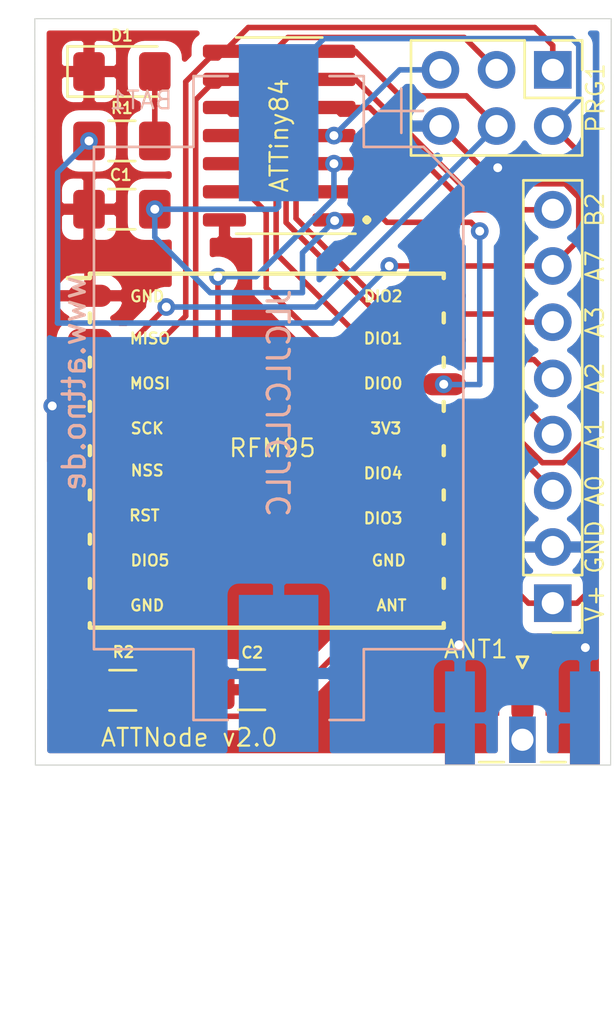
<source format=kicad_pcb>
(kicad_pcb (version 20171130) (host pcbnew 5.1.9)

  (general
    (thickness 1.6)
    (drawings 36)
    (tracks 164)
    (zones 0)
    (modules 11)
    (nets 23)
  )

  (page A4)
  (layers
    (0 F.Cu signal)
    (31 B.Cu signal)
    (32 B.Adhes user)
    (33 F.Adhes user)
    (34 B.Paste user)
    (35 F.Paste user)
    (36 B.SilkS user)
    (37 F.SilkS user)
    (38 B.Mask user)
    (39 F.Mask user)
    (40 Dwgs.User user)
    (41 Cmts.User user)
    (42 Eco1.User user)
    (43 Eco2.User user)
    (44 Edge.Cuts user)
    (45 Margin user)
    (46 B.CrtYd user)
    (47 F.CrtYd user)
    (48 B.Fab user)
    (49 F.Fab user)
  )

  (setup
    (last_trace_width 0.25)
    (trace_clearance 0.2)
    (zone_clearance 0.508)
    (zone_45_only no)
    (trace_min 0.2)
    (via_size 0.8)
    (via_drill 0.4)
    (via_min_size 0.4)
    (via_min_drill 0.3)
    (uvia_size 0.3)
    (uvia_drill 0.1)
    (uvias_allowed no)
    (uvia_min_size 0.2)
    (uvia_min_drill 0.1)
    (edge_width 0.05)
    (segment_width 0.2)
    (pcb_text_width 0.3)
    (pcb_text_size 1.5 1.5)
    (mod_edge_width 0.12)
    (mod_text_size 1 1)
    (mod_text_width 0.15)
    (pad_size 1.35 4.2)
    (pad_drill 0)
    (pad_to_mask_clearance 0.051)
    (solder_mask_min_width 0.25)
    (aux_axis_origin 0 0)
    (visible_elements FFFDFF7F)
    (pcbplotparams
      (layerselection 0x010fc_ffffffff)
      (usegerberextensions true)
      (usegerberattributes false)
      (usegerberadvancedattributes false)
      (creategerberjobfile false)
      (excludeedgelayer true)
      (linewidth 0.100000)
      (plotframeref false)
      (viasonmask false)
      (mode 1)
      (useauxorigin true)
      (hpglpennumber 1)
      (hpglpenspeed 20)
      (hpglpendiameter 15.000000)
      (psnegative false)
      (psa4output false)
      (plotreference true)
      (plotvalue true)
      (plotinvisibletext false)
      (padsonsilk false)
      (subtractmaskfromsilk true)
      (outputformat 1)
      (mirror false)
      (drillshape 0)
      (scaleselection 1)
      (outputdirectory "Gerber_V2/"))
  )

  (net 0 "")
  (net 1 GND)
  (net 2 +3V3)
  (net 3 PB2)
  (net 4 PA7)
  (net 5 PA3)
  (net 6 PA2)
  (net 7 PA1)
  (net 8 PA0)
  (net 9 MISO)
  (net 10 SCK)
  (net 11 MOSI)
  (net 12 DIO0)
  (net 13 NSS)
  (net 14 RST)
  (net 15 "Net-(D1-Pad2)")
  (net 16 "Net-(ANT1-Pad1)")
  (net 17 "Net-(RFM95-Pad16)")
  (net 18 "Net-(RFM95-Pad15)")
  (net 19 "Net-(RFM95-Pad12)")
  (net 20 "Net-(RFM95-Pad11)")
  (net 21 "Net-(RFM95-Pad7)")
  (net 22 "Net-(RFM95-Pad6)")

  (net_class Default "Dies ist die voreingestellte Netzklasse."
    (clearance 0.2)
    (trace_width 0.25)
    (via_dia 0.8)
    (via_drill 0.4)
    (uvia_dia 0.3)
    (uvia_drill 0.1)
    (add_net +3V3)
    (add_net DIO0)
    (add_net GND)
    (add_net MISO)
    (add_net MOSI)
    (add_net NSS)
    (add_net "Net-(ANT1-Pad1)")
    (add_net "Net-(D1-Pad2)")
    (add_net "Net-(RFM95-Pad11)")
    (add_net "Net-(RFM95-Pad12)")
    (add_net "Net-(RFM95-Pad15)")
    (add_net "Net-(RFM95-Pad16)")
    (add_net "Net-(RFM95-Pad6)")
    (add_net "Net-(RFM95-Pad7)")
    (add_net PA0)
    (add_net PA1)
    (add_net PA2)
    (add_net PA3)
    (add_net PA7)
    (add_net PB2)
    (add_net RST)
    (add_net SCK)
  )

  (module SMA_Multi:SMA_Edge_UFL_Combo (layer F.Cu) (tedit 604BAC8B) (tstamp 5E2A9007)
    (at 88.0872 77.343)
    (descr "Connector SMA, 0Hz to 20GHz, 50Ohm, Edge Mount (http://suddendocs.samtec.com/prints/sma-j-p-x-st-em1-mkt.pdf)")
    (tags "SMA Straight Samtec Edge Mount")
    (path /5D699DFD)
    (attr smd)
    (fp_text reference ANT1 (at -2.1082 -3.0988 180) (layer F.SilkS)
      (effects (font (size 0.8 0.8) (thickness 0.1)))
    )
    (fp_text value Antenna (at 0 13) (layer F.Fab)
      (effects (font (size 1 1) (thickness 0.15)))
    )
    (fp_line (start 0.84 2) (end 1.95 2) (layer F.SilkS) (width 0.12))
    (fp_line (start -1.95 2) (end -0.84 2) (layer F.SilkS) (width 0.12))
    (fp_line (start 3.68 2.6) (end 3.68 12.12) (layer B.CrtYd) (width 0.05))
    (fp_line (start 4 2.6) (end 3.68 2.6) (layer B.CrtYd) (width 0.05))
    (fp_line (start -3.68 12.12) (end -3.68 2.6) (layer B.CrtYd) (width 0.05))
    (fp_line (start -3.68 2.6) (end -4 2.6) (layer B.CrtYd) (width 0.05))
    (fp_line (start 3.68 2.6) (end 3.68 12.12) (layer F.CrtYd) (width 0.05))
    (fp_line (start 3.68 2.6) (end 4 2.6) (layer F.CrtYd) (width 0.05))
    (fp_line (start -3.68 12.12) (end -3.68 2.6) (layer F.CrtYd) (width 0.05))
    (fp_line (start -3.68 2.6) (end -4 2.6) (layer F.CrtYd) (width 0.05))
    (fp_line (start 4.1 2.1) (end -4.1 2.1) (layer Dwgs.User) (width 0.1))
    (fp_line (start -3.175 2.159) (end -3.175 11.62) (layer F.Fab) (width 0.1))
    (fp_line (start -2.365 -1.71) (end -3.175 -1.71) (layer F.Fab) (width 0.1))
    (fp_line (start 2.365 2.1) (end -2.365 2.1) (layer F.Fab) (width 0.1))
    (fp_line (start 3.175 -1.71) (end 2.365 -1.71) (layer F.Fab) (width 0.1))
    (fp_line (start 3.175 2.159) (end 3.175 11.62) (layer F.Fab) (width 0.1))
    (fp_line (start 3.165 11.62) (end -3.165 11.62) (layer F.Fab) (width 0.1))
    (fp_line (start -4 -2.6) (end 4 -2.6) (layer B.CrtYd) (width 0.05))
    (fp_line (start -4 2.6) (end -4 -2.6) (layer B.CrtYd) (width 0.05))
    (fp_line (start 3.68 12.12) (end -3.68 12.12) (layer B.CrtYd) (width 0.05))
    (fp_line (start 4 2.6) (end 4 -2.6) (layer B.CrtYd) (width 0.05))
    (fp_line (start -4 -2.6) (end 4 -2.6) (layer F.CrtYd) (width 0.05))
    (fp_line (start -4 2.6) (end -4 -2.6) (layer F.CrtYd) (width 0.05))
    (fp_line (start 3.68 12.12) (end -3.68 12.12) (layer F.CrtYd) (width 0.05))
    (fp_line (start 4 2.6) (end 4 -2.6) (layer F.CrtYd) (width 0.05))
    (fp_line (start 0.64 2.1) (end 0 3.1) (layer F.Fab) (width 0.1))
    (fp_line (start 0 3.1) (end -0.64 2.1) (layer F.Fab) (width 0.1))
    (fp_line (start 0 -2.26) (end 0.25 -2.76) (layer F.SilkS) (width 0.12))
    (fp_line (start 0.25 -2.76) (end -0.25 -2.76) (layer F.SilkS) (width 0.12))
    (fp_line (start -0.25 -2.76) (end 0 -2.26) (layer F.SilkS) (width 0.12))
    (fp_text user "PCB Edge" (at 0 2.6) (layer Dwgs.User)
      (effects (font (size 0.5 0.5) (thickness 0.1)))
    )
    (fp_text user %R (at 0 4.79 180) (layer F.Fab) hide
      (effects (font (size 1 1) (thickness 0.15)))
    )
    (pad 1 thru_hole rect (at 0 0.9906) (size 1.2 2.1) (drill 1) (layers *.Cu *.Mask)
      (net 16 "Net-(ANT1-Pad1)"))
    (pad 2 smd rect (at 2.825 0) (size 1.35 4.2) (layers B.Cu B.Paste B.Mask)
      (net 1 GND))
    (pad 2 smd rect (at -2.825 0) (size 1.35 4.2) (layers B.Cu B.Paste B.Mask)
      (net 1 GND))
    (pad 2 smd custom (at 1.5494 -1.6002) (size 1 1) (layers F.Cu F.Paste F.Mask)
      (net 1 GND) (zone_connect 2)
      (options (clearance outline) (anchor rect))
      (primitives
        (gr_poly (pts
           (xy -0.5 -0.5) (xy 1.95 -0.5) (xy 1.95 3.7) (xy 0.6 3.7) (xy 0.6 1.5)
           (xy -0.5 1.5)) (width 0.01))
      ))
    (pad 2 smd custom (at -3.00228 -1.6002) (size 1 1) (layers F.Cu F.Paste F.Mask)
      (net 1 GND) (zone_connect 2)
      (options (clearance outline) (anchor rect))
      (primitives
        (gr_poly (pts
           (xy -0.5 -0.5) (xy 1.95 -0.5) (xy 1.95 1.5) (xy 0.85 1.5) (xy 0.85 3.7)
           (xy -0.5 3.7)) (width 0.01))
      ))
    (model ${KISYS3DMOD}/Connector_Coaxial.3dshapes/SMA_Samtec_SMA-J-P-X-ST-EM1_EdgeMount.wrl
      (at (xyz 0 0 0))
      (scale (xyz 1 1 1))
      (rotate (xyz 0 0 0))
    )
  )

  (module battery_holder:BatteryHolder_Keystone_1060_1x2032_Long_Pad (layer B.Cu) (tedit 5E2D666C) (tstamp 5D66BC43)
    (at 77.0636 62.8904 270)
    (descr http://www.keyelco.com/product-pdf.cfm?p=726)
    (tags "CR2032 BR2032 BatteryHolder Battery")
    (path /5D6F40EE)
    (attr smd)
    (fp_text reference BAT1 (at -13.462 6.223 180) (layer B.SilkS)
      (effects (font (size 0.8 0.8) (thickness 0.1)) (justify mirror))
    )
    (fp_text value Battery_Cell (at 0 11.75 270) (layer B.Fab)
      (effects (font (size 1 1) (thickness 0.15)) (justify mirror))
    )
    (fp_line (start -11.98524 -5.54736) (end -13.98524 -5.54736) (layer B.SilkS) (width 0.12))
    (fp_line (start -12.97432 -4.5278) (end -12.97432 -6.5278) (layer B.SilkS) (width 0.12))
    (fp_line (start 11.5 8.5) (end 6.5 8.5) (layer B.CrtYd) (width 0.05))
    (fp_line (start 11.5 -4) (end 11.5 -8.5) (layer B.CrtYd) (width 0.05))
    (fp_line (start 14.7 -4) (end 11.5 -4) (layer B.CrtYd) (width 0.05))
    (fp_line (start 14.7 -2.3) (end 14.7 -4) (layer B.CrtYd) (width 0.05))
    (fp_line (start 16.45 -2.3) (end 14.7 -2.3) (layer B.CrtYd) (width 0.05))
    (fp_line (start 16.45 2.3) (end 16.45 -2.3) (layer B.CrtYd) (width 0.05))
    (fp_line (start 14.7 2.3) (end 16.45 2.3) (layer B.CrtYd) (width 0.05))
    (fp_line (start 14.7 4) (end 14.7 2.3) (layer B.CrtYd) (width 0.05))
    (fp_line (start 11.5 4) (end 14.7 4) (layer B.CrtYd) (width 0.05))
    (fp_line (start 11.5 8.5) (end 11.5 4) (layer B.CrtYd) (width 0.05))
    (fp_line (start -11.5 8.5) (end -6.5 8.5) (layer B.CrtYd) (width 0.05))
    (fp_line (start -11.5 4) (end -11.5 8.5) (layer B.CrtYd) (width 0.05))
    (fp_line (start -14.7 4) (end -11.5 4) (layer B.CrtYd) (width 0.05))
    (fp_line (start -14.7 2.3) (end -14.7 4) (layer B.CrtYd) (width 0.05))
    (fp_line (start -14.7 2.3) (end -16.45 2.3) (layer B.CrtYd) (width 0.05))
    (fp_line (start -16.45 -2.3) (end -16.45 2.3) (layer B.CrtYd) (width 0.05))
    (fp_line (start -14.7 -2.3) (end -16.45 -2.3) (layer B.CrtYd) (width 0.05))
    (fp_line (start -14.7 -4) (end -14.7 -2.3) (layer B.CrtYd) (width 0.05))
    (fp_line (start -14.7 -4) (end -11.5 -4) (layer B.CrtYd) (width 0.05))
    (fp_line (start -11.5 -4) (end -11.5 -8.5) (layer B.CrtYd) (width 0.05))
    (fp_line (start -6.5 -8.5) (end -11.5 -8.5) (layer B.CrtYd) (width 0.05))
    (fp_line (start 11.5 -8.5) (end 6.5 -8.5) (layer B.CrtYd) (width 0.05))
    (fp_line (start 11.35 8.35) (end 11.35 3.85) (layer B.SilkS) (width 0.12))
    (fp_line (start -11.35 8.35) (end -11.35 3.85) (layer B.SilkS) (width 0.12))
    (fp_line (start -11.35 8.35) (end 11.35 8.35) (layer B.SilkS) (width 0.12))
    (fp_line (start 14.55 3.85) (end 14.55 2.3) (layer B.SilkS) (width 0.12))
    (fp_line (start 11.35 3.85) (end 14.55 3.85) (layer B.SilkS) (width 0.12))
    (fp_line (start -14.55 3.85) (end -14.55 2.3) (layer B.SilkS) (width 0.12))
    (fp_line (start -11.35 3.85) (end -14.55 3.85) (layer B.SilkS) (width 0.12))
    (fp_line (start -14.55 -3.85) (end -14.55 -2.3) (layer B.SilkS) (width 0.12))
    (fp_line (start -11.35 -3.85) (end -14.55 -3.85) (layer B.SilkS) (width 0.12))
    (fp_line (start -9.55 -8.35) (end -11.35 -6.55) (layer B.SilkS) (width 0.12))
    (fp_line (start -11.35 -6.55) (end -11.35 -3.85) (layer B.SilkS) (width 0.12))
    (fp_line (start 11.35 -8.35) (end -9.55 -8.35) (layer B.SilkS) (width 0.12))
    (fp_line (start 11.35 -8.35) (end 11.35 -3.85) (layer B.SilkS) (width 0.12))
    (fp_line (start 14.55 -3.85) (end 14.55 -2.3) (layer B.SilkS) (width 0.12))
    (fp_line (start 11.35 -3.85) (end 14.55 -3.85) (layer B.SilkS) (width 0.12))
    (fp_line (start -9.4 -8) (end -11 -6.4) (layer B.Fab) (width 0.1))
    (fp_line (start 14.2 3.5) (end 11 3.5) (layer B.Fab) (width 0.1))
    (fp_line (start 14.2 -3.5) (end 14.2 3.5) (layer B.Fab) (width 0.1))
    (fp_line (start 11 -3.5) (end 14.2 -3.5) (layer B.Fab) (width 0.1))
    (fp_line (start -14.2 3.5) (end -11 3.5) (layer B.Fab) (width 0.1))
    (fp_line (start -14.2 -3.5) (end -14.2 3.5) (layer B.Fab) (width 0.1))
    (fp_line (start -11 -3.5) (end -14.2 -3.5) (layer B.Fab) (width 0.1))
    (fp_line (start -11 -6.4) (end -11 -3.5) (layer B.Fab) (width 0.1))
    (fp_line (start -11 8) (end -11 3.5) (layer B.Fab) (width 0.1))
    (fp_line (start 11 8) (end 11 3.5) (layer B.Fab) (width 0.1))
    (fp_line (start 11 -8) (end 11 -3.5) (layer B.Fab) (width 0.1))
    (fp_line (start 11 8) (end -11 8) (layer B.Fab) (width 0.1))
    (fp_line (start 11 -8) (end -9.4 -8) (layer B.Fab) (width 0.1))
    (fp_circle (center 0 0) (end -10.2 0) (layer Dwgs.User) (width 0.3))
    (fp_text user BAT (at 0 0 270) (layer B.Fab) hide
      (effects (font (size 1 1) (thickness 0.15)) (justify mirror))
    )
    (fp_arc (start 0 0) (end 6.5 8.5) (angle 74.81070976) (layer B.CrtYd) (width 0.05))
    (fp_arc (start 0 0) (end -6.5 -8.5) (angle 74.81070976) (layer B.CrtYd) (width 0.05))
    (pad 1 smd rect (at -12.446 0 90) (size 7.1 3.6) (layers B.Cu B.Paste B.Mask)
      (net 2 +3V3))
    (pad 2 smd rect (at 12.446 0 90) (size 7.1 3.6) (layers B.Cu B.Paste B.Mask)
      (net 1 GND))
    (model ${KISYS3DMOD}/Battery.3dshapes/BatteryHolder_Keystone_1060_1x2032.wrl
      (at (xyz 0 0 0))
      (scale (xyz 1 1 1))
      (rotate (xyz 0 0 0))
    )
  )

  (module Resistor_SMD:R_1206_3216Metric_Pad1.42x1.75mm_HandSolder (layer F.Cu) (tedit 5B301BBD) (tstamp 5E2A47A1)
    (at 70.0167 76.0984)
    (descr "Resistor SMD 1206 (3216 Metric), square (rectangular) end terminal, IPC_7351 nominal with elongated pad for handsoldering. (Body size source: http://www.tortai-tech.com/upload/download/2011102023233369053.pdf), generated with kicad-footprint-generator")
    (tags "resistor handsolder")
    (path /5E0CABAF)
    (attr smd)
    (fp_text reference R2 (at 0.0365 -1.7272 180) (layer F.SilkS)
      (effects (font (size 0.5 0.5) (thickness 0.1)))
    )
    (fp_text value 47K (at 0 1.82) (layer F.Fab)
      (effects (font (size 1 1) (thickness 0.15)))
    )
    (fp_line (start 2.45 1.12) (end -2.45 1.12) (layer F.CrtYd) (width 0.05))
    (fp_line (start 2.45 -1.12) (end 2.45 1.12) (layer F.CrtYd) (width 0.05))
    (fp_line (start -2.45 -1.12) (end 2.45 -1.12) (layer F.CrtYd) (width 0.05))
    (fp_line (start -2.45 1.12) (end -2.45 -1.12) (layer F.CrtYd) (width 0.05))
    (fp_line (start -0.602064 0.91) (end 0.602064 0.91) (layer F.SilkS) (width 0.12))
    (fp_line (start -0.602064 -0.91) (end 0.602064 -0.91) (layer F.SilkS) (width 0.12))
    (fp_line (start 1.6 0.8) (end -1.6 0.8) (layer F.Fab) (width 0.1))
    (fp_line (start 1.6 -0.8) (end 1.6 0.8) (layer F.Fab) (width 0.1))
    (fp_line (start -1.6 -0.8) (end 1.6 -0.8) (layer F.Fab) (width 0.1))
    (fp_line (start -1.6 0.8) (end -1.6 -0.8) (layer F.Fab) (width 0.1))
    (fp_text user %R (at 0 0) (layer F.Fab)
      (effects (font (size 0.8 0.8) (thickness 0.12)))
    )
    (pad 2 smd roundrect (at 1.4875 0) (size 1.425 1.75) (layers F.Cu F.Paste F.Mask) (roundrect_rratio 0.1754385964912281)
      (net 2 +3V3))
    (pad 1 smd roundrect (at -1.4875 0) (size 1.425 1.75) (layers F.Cu F.Paste F.Mask) (roundrect_rratio 0.1754385964912281)
      (net 13 NSS))
    (model ${KISYS3DMOD}/Resistor_SMD.3dshapes/R_1206_3216Metric.wrl
      (at (xyz 0 0 0))
      (scale (xyz 1 1 1))
      (rotate (xyz 0 0 0))
    )
  )

  (module Capacitor_SMD:C_1206_3216Metric_Pad1.42x1.75mm_HandSolder (layer F.Cu) (tedit 5B301BBE) (tstamp 5D693C4D)
    (at 75.8444 76.073 180)
    (descr "Capacitor SMD 1206 (3216 Metric), square (rectangular) end terminal, IPC_7351 nominal with elongated pad for handsoldering. (Body size source: http://www.tortai-tech.com/upload/download/2011102023233369053.pdf), generated with kicad-footprint-generator")
    (tags "capacitor handsolder")
    (path /5D694E97)
    (attr smd)
    (fp_text reference C2 (at -0.0254 1.6764) (layer F.SilkS)
      (effects (font (size 0.5 0.5) (thickness 0.1)))
    )
    (fp_text value 100n (at 0 1.82) (layer F.Fab)
      (effects (font (size 1 1) (thickness 0.15)))
    )
    (fp_line (start 2.45 1.12) (end -2.45 1.12) (layer F.CrtYd) (width 0.05))
    (fp_line (start 2.45 -1.12) (end 2.45 1.12) (layer F.CrtYd) (width 0.05))
    (fp_line (start -2.45 -1.12) (end 2.45 -1.12) (layer F.CrtYd) (width 0.05))
    (fp_line (start -2.45 1.12) (end -2.45 -1.12) (layer F.CrtYd) (width 0.05))
    (fp_line (start -0.602064 0.91) (end 0.602064 0.91) (layer F.SilkS) (width 0.12))
    (fp_line (start -0.602064 -0.91) (end 0.602064 -0.91) (layer F.SilkS) (width 0.12))
    (fp_line (start 1.6 0.8) (end -1.6 0.8) (layer F.Fab) (width 0.1))
    (fp_line (start 1.6 -0.8) (end 1.6 0.8) (layer F.Fab) (width 0.1))
    (fp_line (start -1.6 -0.8) (end 1.6 -0.8) (layer F.Fab) (width 0.1))
    (fp_line (start -1.6 0.8) (end -1.6 -0.8) (layer F.Fab) (width 0.1))
    (fp_text user %R (at 0 0) (layer F.Fab)
      (effects (font (size 0.8 0.8) (thickness 0.12)))
    )
    (pad 2 smd roundrect (at 1.4875 0 180) (size 1.425 1.75) (layers F.Cu F.Paste F.Mask) (roundrect_rratio 0.1754385964912281)
      (net 1 GND))
    (pad 1 smd roundrect (at -1.4875 0 180) (size 1.425 1.75) (layers F.Cu F.Paste F.Mask) (roundrect_rratio 0.1754385964912281)
      (net 2 +3V3))
    (model ${KISYS3DMOD}/Capacitor_SMD.3dshapes/C_1206_3216Metric.wrl
      (at (xyz 0 0 0))
      (scale (xyz 1 1 1))
      (rotate (xyz 0 0 0))
    )
  )

  (module Capacitor_SMD:C_1206_3216Metric_Pad1.42x1.75mm_HandSolder (layer F.Cu) (tedit 5B301BBE) (tstamp 5D694D27)
    (at 69.977 54.356 180)
    (descr "Capacitor SMD 1206 (3216 Metric), square (rectangular) end terminal, IPC_7351 nominal with elongated pad for handsoldering. (Body size source: http://www.tortai-tech.com/upload/download/2011102023233369053.pdf), generated with kicad-footprint-generator")
    (tags "capacitor handsolder")
    (path /5D696543)
    (attr smd)
    (fp_text reference C1 (at 0.0508 1.5494) (layer F.SilkS)
      (effects (font (size 0.5 0.5) (thickness 0.1)))
    )
    (fp_text value 100n (at 0 1.82) (layer F.Fab)
      (effects (font (size 1 1) (thickness 0.15)))
    )
    (fp_line (start 2.45 1.12) (end -2.45 1.12) (layer F.CrtYd) (width 0.05))
    (fp_line (start 2.45 -1.12) (end 2.45 1.12) (layer F.CrtYd) (width 0.05))
    (fp_line (start -2.45 -1.12) (end 2.45 -1.12) (layer F.CrtYd) (width 0.05))
    (fp_line (start -2.45 1.12) (end -2.45 -1.12) (layer F.CrtYd) (width 0.05))
    (fp_line (start -0.602064 0.91) (end 0.602064 0.91) (layer F.SilkS) (width 0.12))
    (fp_line (start -0.602064 -0.91) (end 0.602064 -0.91) (layer F.SilkS) (width 0.12))
    (fp_line (start 1.6 0.8) (end -1.6 0.8) (layer F.Fab) (width 0.1))
    (fp_line (start 1.6 -0.8) (end 1.6 0.8) (layer F.Fab) (width 0.1))
    (fp_line (start -1.6 -0.8) (end 1.6 -0.8) (layer F.Fab) (width 0.1))
    (fp_line (start -1.6 0.8) (end -1.6 -0.8) (layer F.Fab) (width 0.1))
    (fp_text user %R (at -0.127 0) (layer F.Fab) hide
      (effects (font (size 0.8 0.8) (thickness 0.12)))
    )
    (pad 2 smd roundrect (at 1.4875 0 180) (size 1.425 1.75) (layers F.Cu F.Paste F.Mask) (roundrect_rratio 0.1754385964912281)
      (net 1 GND))
    (pad 1 smd roundrect (at -1.4875 0 180) (size 1.425 1.75) (layers F.Cu F.Paste F.Mask) (roundrect_rratio 0.1754385964912281)
      (net 2 +3V3))
    (model ${KISYS3DMOD}/Capacitor_SMD.3dshapes/C_1206_3216Metric.wrl
      (at (xyz 0 0 0))
      (scale (xyz 1 1 1))
      (rotate (xyz 0 0 0))
    )
  )

  (module Connector_PinHeader_2.54mm:PinHeader_2x03_P2.54mm_Vertical (layer F.Cu) (tedit 59FED5CC) (tstamp 5E2A4CBB)
    (at 89.4588 48.0568 270)
    (descr "Through hole straight pin header, 2x03, 2.54mm pitch, double rows")
    (tags "Through hole pin header THT 2x03 2.54mm double row")
    (path /5D69C5BF)
    (fp_text reference PRG1 (at 1.27 -1.9304 90) (layer F.SilkS)
      (effects (font (size 0.8 0.8) (thickness 0.1)))
    )
    (fp_text value PRG (at 1.27 7.41 90) (layer F.Fab)
      (effects (font (size 1 1) (thickness 0.15)))
    )
    (fp_line (start 4.35 -1.8) (end -1.8 -1.8) (layer F.CrtYd) (width 0.05))
    (fp_line (start 4.35 6.85) (end 4.35 -1.8) (layer F.CrtYd) (width 0.05))
    (fp_line (start -1.8 6.85) (end 4.35 6.85) (layer F.CrtYd) (width 0.05))
    (fp_line (start -1.8 -1.8) (end -1.8 6.85) (layer F.CrtYd) (width 0.05))
    (fp_line (start -1.33 -1.33) (end 0 -1.33) (layer F.SilkS) (width 0.12))
    (fp_line (start -1.33 0) (end -1.33 -1.33) (layer F.SilkS) (width 0.12))
    (fp_line (start 1.27 -1.33) (end 3.87 -1.33) (layer F.SilkS) (width 0.12))
    (fp_line (start 1.27 1.27) (end 1.27 -1.33) (layer F.SilkS) (width 0.12))
    (fp_line (start -1.33 1.27) (end 1.27 1.27) (layer F.SilkS) (width 0.12))
    (fp_line (start 3.87 -1.33) (end 3.87 6.41) (layer F.SilkS) (width 0.12))
    (fp_line (start -1.33 1.27) (end -1.33 6.41) (layer F.SilkS) (width 0.12))
    (fp_line (start -1.33 6.41) (end 3.87 6.41) (layer F.SilkS) (width 0.12))
    (fp_line (start -1.27 0) (end 0 -1.27) (layer F.Fab) (width 0.1))
    (fp_line (start -1.27 6.35) (end -1.27 0) (layer F.Fab) (width 0.1))
    (fp_line (start 3.81 6.35) (end -1.27 6.35) (layer F.Fab) (width 0.1))
    (fp_line (start 3.81 -1.27) (end 3.81 6.35) (layer F.Fab) (width 0.1))
    (fp_line (start 0 -1.27) (end 3.81 -1.27) (layer F.Fab) (width 0.1))
    (fp_text user %R (at 1.27 2.54 270) (layer F.Fab) hide
      (effects (font (size 1 1) (thickness 0.15)))
    )
    (pad 6 thru_hole oval (at 2.54 5.08 270) (size 1.7 1.7) (drill 1) (layers *.Cu *.Mask)
      (net 1 GND))
    (pad 5 thru_hole oval (at 0 5.08 270) (size 1.7 1.7) (drill 1) (layers *.Cu *.Mask)
      (net 14 RST))
    (pad 4 thru_hole oval (at 2.54 2.54 270) (size 1.7 1.7) (drill 1) (layers *.Cu *.Mask)
      (net 11 MOSI))
    (pad 3 thru_hole oval (at 0 2.54 270) (size 1.7 1.7) (drill 1) (layers *.Cu *.Mask)
      (net 10 SCK))
    (pad 2 thru_hole oval (at 2.54 0 270) (size 1.7 1.7) (drill 1) (layers *.Cu *.Mask)
      (net 2 +3V3))
    (pad 1 thru_hole rect (at 0 0 270) (size 1.7 1.7) (drill 1) (layers *.Cu *.Mask)
      (net 9 MISO))
    (model ${KISYS3DMOD}/Connector_PinHeader_2.54mm.3dshapes/PinHeader_2x03_P2.54mm_Vertical.wrl
      (at (xyz 0 0 0))
      (scale (xyz 1 1 1))
      (rotate (xyz 0 0 0))
    )
  )

  (module Connector_PinHeader_2.54mm:PinHeader_1x08_P2.54mm_Vertical (layer F.Cu) (tedit 59FED5CC) (tstamp 5E2A8742)
    (at 89.4588 72.1614 180)
    (descr "Through hole straight pin header, 1x08, 2.54mm pitch, single row")
    (tags "Through hole pin header THT 1x08 2.54mm single row")
    (path /5D68DC89)
    (fp_text reference J1 (at 1.8923 -0.0381 90) (layer F.SilkS) hide
      (effects (font (size 0.8 0.8) (thickness 0.1)))
    )
    (fp_text value J1 (at 0 20.11) (layer F.Fab) hide
      (effects (font (size 1 1) (thickness 0.15)))
    )
    (fp_line (start 1.8 -1.8) (end -1.8 -1.8) (layer F.CrtYd) (width 0.05))
    (fp_line (start 1.8 19.55) (end 1.8 -1.8) (layer F.CrtYd) (width 0.05))
    (fp_line (start -1.8 19.55) (end 1.8 19.55) (layer F.CrtYd) (width 0.05))
    (fp_line (start -1.8 -1.8) (end -1.8 19.55) (layer F.CrtYd) (width 0.05))
    (fp_line (start -1.33 -1.33) (end 0 -1.33) (layer F.SilkS) (width 0.12))
    (fp_line (start -1.33 0) (end -1.33 -1.33) (layer F.SilkS) (width 0.12))
    (fp_line (start -1.33 1.27) (end 1.33 1.27) (layer F.SilkS) (width 0.12))
    (fp_line (start 1.33 1.27) (end 1.33 19.11) (layer F.SilkS) (width 0.12))
    (fp_line (start -1.33 1.27) (end -1.33 19.11) (layer F.SilkS) (width 0.12))
    (fp_line (start -1.33 19.11) (end 1.33 19.11) (layer F.SilkS) (width 0.12))
    (fp_line (start -1.27 -0.635) (end -0.635 -1.27) (layer F.Fab) (width 0.1))
    (fp_line (start -1.27 19.05) (end -1.27 -0.635) (layer F.Fab) (width 0.1))
    (fp_line (start 1.27 19.05) (end -1.27 19.05) (layer F.Fab) (width 0.1))
    (fp_line (start 1.27 -1.27) (end 1.27 19.05) (layer F.Fab) (width 0.1))
    (fp_line (start -0.635 -1.27) (end 1.27 -1.27) (layer F.Fab) (width 0.1))
    (fp_text user %R (at 0 8.89 90) (layer F.Fab) hide
      (effects (font (size 1 1) (thickness 0.15)))
    )
    (pad 8 thru_hole oval (at 0 17.78 180) (size 1.7 1.7) (drill 1) (layers *.Cu *.Mask)
      (net 3 PB2))
    (pad 7 thru_hole oval (at 0 15.24 180) (size 1.7 1.7) (drill 1) (layers *.Cu *.Mask)
      (net 4 PA7))
    (pad 6 thru_hole oval (at 0 12.7 180) (size 1.7 1.7) (drill 1) (layers *.Cu *.Mask)
      (net 5 PA3))
    (pad 5 thru_hole oval (at 0 10.16 180) (size 1.7 1.7) (drill 1) (layers *.Cu *.Mask)
      (net 6 PA2))
    (pad 4 thru_hole oval (at 0 7.62 180) (size 1.7 1.7) (drill 1) (layers *.Cu *.Mask)
      (net 7 PA1))
    (pad 3 thru_hole oval (at 0 5.08 180) (size 1.7 1.7) (drill 1) (layers *.Cu *.Mask)
      (net 8 PA0))
    (pad 2 thru_hole oval (at 0 2.54 180) (size 1.7 1.7) (drill 1) (layers *.Cu *.Mask)
      (net 1 GND))
    (pad 1 thru_hole rect (at 0 0 180) (size 1.7 1.7) (drill 1) (layers *.Cu *.Mask)
      (net 2 +3V3))
    (model ${KISYS3DMOD}/Connector_PinHeader_2.54mm.3dshapes/PinHeader_1x08_P2.54mm_Vertical.wrl
      (at (xyz 0 0 0))
      (scale (xyz 1 1 1))
      (rotate (xyz 0 0 0))
    )
  )

  (module Resistor_SMD:R_1206_3216Metric_Pad1.42x1.75mm_HandSolder (layer F.Cu) (tedit 5B301BBD) (tstamp 5E5D68D2)
    (at 69.977 51.2699 180)
    (descr "Resistor SMD 1206 (3216 Metric), square (rectangular) end terminal, IPC_7351 nominal with elongated pad for handsoldering. (Body size source: http://www.tortai-tech.com/upload/download/2011102023233369053.pdf), generated with kicad-footprint-generator")
    (tags "resistor handsolder")
    (path /5D6827F4)
    (attr smd)
    (fp_text reference R1 (at 0 1.4859 180) (layer F.SilkS)
      (effects (font (size 0.5 0.5) (thickness 0.1)))
    )
    (fp_text value 100 (at 0 1.82) (layer F.Fab)
      (effects (font (size 1 1) (thickness 0.15)))
    )
    (fp_line (start 2.45 1.12) (end -2.45 1.12) (layer F.CrtYd) (width 0.05))
    (fp_line (start 2.45 -1.12) (end 2.45 1.12) (layer F.CrtYd) (width 0.05))
    (fp_line (start -2.45 -1.12) (end 2.45 -1.12) (layer F.CrtYd) (width 0.05))
    (fp_line (start -2.45 1.12) (end -2.45 -1.12) (layer F.CrtYd) (width 0.05))
    (fp_line (start -0.602064 0.91) (end 0.602064 0.91) (layer F.SilkS) (width 0.12))
    (fp_line (start -0.602064 -0.91) (end 0.602064 -0.91) (layer F.SilkS) (width 0.12))
    (fp_line (start 1.6 0.8) (end -1.6 0.8) (layer F.Fab) (width 0.1))
    (fp_line (start 1.6 -0.8) (end 1.6 0.8) (layer F.Fab) (width 0.1))
    (fp_line (start -1.6 -0.8) (end 1.6 -0.8) (layer F.Fab) (width 0.1))
    (fp_line (start -1.6 0.8) (end -1.6 -0.8) (layer F.Fab) (width 0.1))
    (fp_text user %R (at 0 0) (layer F.Fab) hide
      (effects (font (size 0.8 0.8) (thickness 0.12)))
    )
    (pad 2 smd roundrect (at 1.4875 0 180) (size 1.425 1.75) (layers F.Cu F.Paste F.Mask) (roundrect_rratio 0.1754385964912281)
      (net 4 PA7))
    (pad 1 smd roundrect (at -1.4875 0 180) (size 1.425 1.75) (layers F.Cu F.Paste F.Mask) (roundrect_rratio 0.1754385964912281)
      (net 15 "Net-(D1-Pad2)"))
    (model ${KISYS3DMOD}/Resistor_SMD.3dshapes/R_1206_3216Metric.wrl
      (at (xyz 0 0 0))
      (scale (xyz 1 1 1))
      (rotate (xyz 0 0 0))
    )
  )

  (module LED_SMD:LED_1206_3216Metric_Pad1.42x1.75mm_HandSolder (layer F.Cu) (tedit 5B4B45C9) (tstamp 5D68353A)
    (at 69.977 48.133)
    (descr "LED SMD 1206 (3216 Metric), square (rectangular) end terminal, IPC_7351 nominal, (Body size source: http://www.tortai-tech.com/upload/download/2011102023233369053.pdf), generated with kicad-footprint-generator")
    (tags "LED handsolder")
    (path /5D67F14D)
    (attr smd)
    (fp_text reference D1 (at 0 -1.6256) (layer F.SilkS)
      (effects (font (size 0.5 0.5) (thickness 0.1)))
    )
    (fp_text value LED (at 0 1.82) (layer F.Fab)
      (effects (font (size 1 1) (thickness 0.15)))
    )
    (fp_line (start 2.45 1.12) (end -2.45 1.12) (layer F.CrtYd) (width 0.05))
    (fp_line (start 2.45 -1.12) (end 2.45 1.12) (layer F.CrtYd) (width 0.05))
    (fp_line (start -2.45 -1.12) (end 2.45 -1.12) (layer F.CrtYd) (width 0.05))
    (fp_line (start -2.45 1.12) (end -2.45 -1.12) (layer F.CrtYd) (width 0.05))
    (fp_line (start -2.46 1.135) (end 1.6 1.135) (layer F.SilkS) (width 0.12))
    (fp_line (start -2.46 -1.135) (end -2.46 1.135) (layer F.SilkS) (width 0.12))
    (fp_line (start 1.6 -1.135) (end -2.46 -1.135) (layer F.SilkS) (width 0.12))
    (fp_line (start 1.6 0.8) (end 1.6 -0.8) (layer F.Fab) (width 0.1))
    (fp_line (start -1.6 0.8) (end 1.6 0.8) (layer F.Fab) (width 0.1))
    (fp_line (start -1.6 -0.4) (end -1.6 0.8) (layer F.Fab) (width 0.1))
    (fp_line (start -1.2 -0.8) (end -1.6 -0.4) (layer F.Fab) (width 0.1))
    (fp_line (start 1.6 -0.8) (end -1.2 -0.8) (layer F.Fab) (width 0.1))
    (fp_text user %R (at 0.127 0) (layer F.Fab) hide
      (effects (font (size 0.8 0.8) (thickness 0.12)))
    )
    (pad 2 smd roundrect (at 1.4875 0) (size 1.425 1.75) (layers F.Cu F.Paste F.Mask) (roundrect_rratio 0.1754385964912281)
      (net 15 "Net-(D1-Pad2)"))
    (pad 1 smd roundrect (at -1.4875 0) (size 1.425 1.75) (layers F.Cu F.Paste F.Mask) (roundrect_rratio 0.1754385964912281)
      (net 1 GND))
    (model ${KISYS3DMOD}/LED_SMD.3dshapes/LED_1206_3216Metric.wrl
      (at (xyz 0 0 0))
      (scale (xyz 1 1 1))
      (rotate (xyz 0 0 0))
    )
  )

  (module Package_SO:SOIC-14_3.9x8.7mm_P1.27mm (layer F.Cu) (tedit 5C97300E) (tstamp 5D668B1A)
    (at 77.089 51.0286 180)
    (descr "SOIC, 14 Pin (JEDEC MS-012AB, https://www.analog.com/media/en/package-pcb-resources/package/pkg_pdf/soic_narrow-r/r_14.pdf), generated with kicad-footprint-generator ipc_gullwing_generator.py")
    (tags "SOIC SO")
    (path /5D66342E)
    (attr smd)
    (fp_text reference ATTiny84 (at 0 0 270) (layer F.SilkS)
      (effects (font (size 0.8 0.8) (thickness 0.1)))
    )
    (fp_text value ATtiny84A-SSU (at 0 5.28) (layer F.Fab)
      (effects (font (size 1 1) (thickness 0.15)))
    )
    (fp_line (start 3.7 -4.58) (end -3.7 -4.58) (layer F.CrtYd) (width 0.05))
    (fp_line (start 3.7 4.58) (end 3.7 -4.58) (layer F.CrtYd) (width 0.05))
    (fp_line (start -3.7 4.58) (end 3.7 4.58) (layer F.CrtYd) (width 0.05))
    (fp_line (start -3.7 -4.58) (end -3.7 4.58) (layer F.CrtYd) (width 0.05))
    (fp_line (start -1.95 -3.35) (end -0.975 -4.325) (layer F.Fab) (width 0.1))
    (fp_line (start -1.95 4.325) (end -1.95 -3.35) (layer F.Fab) (width 0.1))
    (fp_line (start 1.95 4.325) (end -1.95 4.325) (layer F.Fab) (width 0.1))
    (fp_line (start 1.95 -4.325) (end 1.95 4.325) (layer F.Fab) (width 0.1))
    (fp_line (start -0.975 -4.325) (end 1.95 -4.325) (layer F.Fab) (width 0.1))
    (fp_line (start 0 -4.435) (end -3.45 -4.435) (layer F.SilkS) (width 0.12))
    (fp_line (start 0 -4.435) (end 1.95 -4.435) (layer F.SilkS) (width 0.12))
    (fp_line (start 0 4.435) (end -1.95 4.435) (layer F.SilkS) (width 0.12))
    (fp_line (start 0 4.435) (end 1.95 4.435) (layer F.SilkS) (width 0.12))
    (fp_text user %R (at 0 0) (layer F.Fab) hide
      (effects (font (size 0.98 0.98) (thickness 0.15)))
    )
    (pad 14 smd roundrect (at 2.475 -3.81 180) (size 1.95 0.6) (layers F.Cu F.Paste F.Mask) (roundrect_rratio 0.25)
      (net 1 GND))
    (pad 13 smd roundrect (at 2.475 -2.54 180) (size 1.95 0.6) (layers F.Cu F.Paste F.Mask) (roundrect_rratio 0.25)
      (net 8 PA0))
    (pad 12 smd roundrect (at 2.475 -1.27 180) (size 1.95 0.6) (layers F.Cu F.Paste F.Mask) (roundrect_rratio 0.25)
      (net 7 PA1))
    (pad 11 smd roundrect (at 2.475 0 180) (size 1.95 0.6) (layers F.Cu F.Paste F.Mask) (roundrect_rratio 0.25)
      (net 6 PA2))
    (pad 10 smd roundrect (at 2.475 1.27 180) (size 1.95 0.6) (layers F.Cu F.Paste F.Mask) (roundrect_rratio 0.25)
      (net 5 PA3))
    (pad 9 smd roundrect (at 2.475 2.54 180) (size 1.95 0.6) (layers F.Cu F.Paste F.Mask) (roundrect_rratio 0.25)
      (net 10 SCK))
    (pad 8 smd roundrect (at 2.475 3.81 180) (size 1.95 0.6) (layers F.Cu F.Paste F.Mask) (roundrect_rratio 0.25)
      (net 9 MISO))
    (pad 7 smd roundrect (at -2.475 3.81 180) (size 1.95 0.6) (layers F.Cu F.Paste F.Mask) (roundrect_rratio 0.25)
      (net 11 MOSI))
    (pad 6 smd roundrect (at -2.475 2.54 180) (size 1.95 0.6) (layers F.Cu F.Paste F.Mask) (roundrect_rratio 0.25)
      (net 4 PA7))
    (pad 5 smd roundrect (at -2.475 1.27 180) (size 1.95 0.6) (layers F.Cu F.Paste F.Mask) (roundrect_rratio 0.25)
      (net 3 PB2))
    (pad 4 smd roundrect (at -2.475 0 180) (size 1.95 0.6) (layers F.Cu F.Paste F.Mask) (roundrect_rratio 0.25)
      (net 14 RST))
    (pad 3 smd roundrect (at -2.475 -1.27 180) (size 1.95 0.6) (layers F.Cu F.Paste F.Mask) (roundrect_rratio 0.25)
      (net 13 NSS))
    (pad 2 smd roundrect (at -2.475 -2.54 180) (size 1.95 0.6) (layers F.Cu F.Paste F.Mask) (roundrect_rratio 0.25)
      (net 12 DIO0))
    (pad 1 smd roundrect (at -2.475 -3.81 180) (size 1.95 0.6) (layers F.Cu F.Paste F.Mask) (roundrect_rratio 0.25)
      (net 2 +3V3))
    (model ${KISYS3DMOD}/Package_SO.3dshapes/SOIC-14_3.9x8.7mm_P1.27mm.wrl
      (at (xyz 0 0 0))
      (scale (xyz 1 1 1))
      (rotate (xyz 0 0 0))
    )
  )

  (module RFM:RFM95 (layer F.Cu) (tedit 585E5D4C) (tstamp 5D66B997)
    (at 68.5292 58.2676)
    (path /5D664943)
    (fp_text reference RFM95 (at 8.255 6.8834) (layer F.SilkS)
      (effects (font (size 0.8 0.8) (thickness 0.1)))
    )
    (fp_text value RFM95W-868S2 (at 7.62 7.62) (layer F.Fab)
      (effects (font (size 1 1) (thickness 0.15)))
    )
    (fp_line (start 0 -1) (end 16 -1) (layer F.SilkS) (width 0.2))
    (fp_line (start 0 10.8) (end 0 11.2) (layer F.SilkS) (width 0.2))
    (fp_line (start 0 8.8) (end 0 9.2) (layer F.SilkS) (width 0.2))
    (fp_line (start 0 6.8) (end 0 7.2) (layer F.SilkS) (width 0.2))
    (fp_line (start 0 4.8) (end 0 5.2) (layer F.SilkS) (width 0.2))
    (fp_line (start 0 3.2) (end 0 2.8) (layer F.SilkS) (width 0.2))
    (fp_line (start 0 1.2) (end 0 0.8) (layer F.SilkS) (width 0.2))
    (fp_line (start -1 -0.8) (end 0 -0.8) (layer F.SilkS) (width 0.2))
    (fp_line (start 0 -0.8) (end 0 -1) (layer F.SilkS) (width 0.2))
    (fp_line (start 0 12.8) (end 0 13.2) (layer F.SilkS) (width 0.2))
    (fp_line (start 16 -1) (end 16 -0.8) (layer F.SilkS) (width 0.2))
    (fp_line (start 16 0.8) (end 16 1.2) (layer F.SilkS) (width 0.2))
    (fp_line (start 16 2.8) (end 16 3.2) (layer F.SilkS) (width 0.2))
    (fp_line (start 16 4.8) (end 16 5.2) (layer F.SilkS) (width 0.2))
    (fp_line (start 16 6.8) (end 16 7.2) (layer F.SilkS) (width 0.2))
    (fp_line (start 16 8.8) (end 16 9.2) (layer F.SilkS) (width 0.2))
    (fp_line (start 16 10.8) (end 16 11.2) (layer F.SilkS) (width 0.2))
    (fp_line (start 16 12.8) (end 16 13.2) (layer F.SilkS) (width 0.2))
    (fp_line (start 16 14.8) (end 16 15) (layer F.SilkS) (width 0.2))
    (fp_line (start 16 15) (end 0 15) (layer F.SilkS) (width 0.2))
    (fp_line (start 0 15) (end 0 14.8) (layer F.SilkS) (width 0.2))
    (pad 16 smd oval (at 16 0) (size 2 1) (layers F.Cu F.Paste F.Mask)
      (net 17 "Net-(RFM95-Pad16)"))
    (pad 15 smd oval (at 16 2) (size 2 1) (layers F.Cu F.Paste F.Mask)
      (net 18 "Net-(RFM95-Pad15)"))
    (pad 14 smd oval (at 16 4) (size 2 1) (layers F.Cu F.Paste F.Mask)
      (net 12 DIO0))
    (pad 13 smd oval (at 16 6) (size 2 1) (layers F.Cu F.Paste F.Mask)
      (net 2 +3V3))
    (pad 12 smd oval (at 16 8) (size 2 1) (layers F.Cu F.Paste F.Mask)
      (net 19 "Net-(RFM95-Pad12)"))
    (pad 11 smd oval (at 16 10) (size 2 1) (layers F.Cu F.Paste F.Mask)
      (net 20 "Net-(RFM95-Pad11)"))
    (pad 10 smd oval (at 16 12) (size 2 1) (layers F.Cu F.Paste F.Mask)
      (net 1 GND))
    (pad 9 smd oval (at 16 14) (size 2 1) (layers F.Cu F.Paste F.Mask)
      (net 16 "Net-(ANT1-Pad1)"))
    (pad 8 smd oval (at 0 14) (size 2 1) (layers F.Cu F.Paste F.Mask)
      (net 1 GND))
    (pad 7 smd oval (at 0 12) (size 2 1) (layers F.Cu F.Paste F.Mask)
      (net 21 "Net-(RFM95-Pad7)"))
    (pad 6 smd oval (at 0 10) (size 2 1) (layers F.Cu F.Paste F.Mask)
      (net 22 "Net-(RFM95-Pad6)"))
    (pad 5 smd oval (at 0 8) (size 2 1) (layers F.Cu F.Paste F.Mask)
      (net 13 NSS))
    (pad 4 smd oval (at 0 6) (size 2 1) (layers F.Cu F.Paste F.Mask)
      (net 10 SCK))
    (pad 3 smd oval (at 0 4) (size 2 1) (layers F.Cu F.Paste F.Mask)
      (net 9 MISO))
    (pad 2 smd oval (at 0 2) (size 2 1) (layers F.Cu F.Paste F.Mask)
      (net 11 MOSI))
    (pad 1 smd oval (at 0 0) (size 2 1) (layers F.Cu F.Paste F.Mask)
      (net 1 GND))
    (model ${KIPRJMOD}/kicad_libs/RFM95/RFM95.wrl
      (offset (xyz 16 -14.9 0))
      (scale (xyz 0.39 0.39 0.39))
      (rotate (xyz -90 0 180))
    )
  )

  (gr_text www.attno.de (at 67.818 62.23 90) (layer B.SilkS)
    (effects (font (size 1 1) (thickness 0.15)) (justify mirror))
  )
  (gr_text JLCJLCJLCJLC (at 77.089 63.119 90) (layer B.SilkS)
    (effects (font (size 1 1) (thickness 0.15)) (justify mirror))
  )
  (gr_text GND (at 71.12 72.263) (layer F.SilkS)
    (effects (font (size 0.5 0.5) (thickness 0.1)))
  )
  (gr_text DIO5 (at 71.247 70.231) (layer F.SilkS)
    (effects (font (size 0.5 0.5) (thickness 0.1)))
  )
  (gr_text RST (at 70.993 68.199) (layer F.SilkS)
    (effects (font (size 0.5 0.5) (thickness 0.1)))
  )
  (gr_text NSS (at 71.12 66.167) (layer F.SilkS)
    (effects (font (size 0.5 0.5) (thickness 0.1)))
  )
  (gr_text SCK (at 71.12 64.262) (layer F.SilkS)
    (effects (font (size 0.5 0.5) (thickness 0.1)))
  )
  (gr_text MOSI (at 71.247 62.23) (layer F.SilkS)
    (effects (font (size 0.5 0.5) (thickness 0.1)))
  )
  (gr_text MISO (at 71.247 60.198) (layer F.SilkS)
    (effects (font (size 0.5 0.5) (thickness 0.1)))
  )
  (gr_text GND (at 71.12 58.293) (layer F.SilkS)
    (effects (font (size 0.5 0.5) (thickness 0.1)))
  )
  (gr_text DIO2 (at 81.788 58.293) (layer F.SilkS)
    (effects (font (size 0.5 0.5) (thickness 0.1)))
  )
  (gr_text DIO1 (at 81.788 60.198) (layer F.SilkS)
    (effects (font (size 0.5 0.5) (thickness 0.1)))
  )
  (gr_text DIO0 (at 81.788 62.23) (layer F.SilkS)
    (effects (font (size 0.5 0.5) (thickness 0.1)))
  )
  (gr_text 3V3 (at 81.915 64.262) (layer F.SilkS)
    (effects (font (size 0.5 0.5) (thickness 0.1)))
  )
  (gr_text DIO4 (at 81.788 66.294) (layer F.SilkS)
    (effects (font (size 0.5 0.5) (thickness 0.1)))
  )
  (gr_text DIO3 (at 81.788 68.326) (layer F.SilkS)
    (effects (font (size 0.5 0.5) (thickness 0.1)))
  )
  (gr_text GND (at 82.042 70.231) (layer F.SilkS)
    (effects (font (size 0.5 0.5) (thickness 0.1)))
  )
  (gr_text ANT (at 82.169 72.263) (layer F.SilkS)
    (effects (font (size 0.5 0.5) (thickness 0.1)))
  )
  (gr_line (start 92.075 79.4766) (end 66.0654 79.4766) (layer Edge.Cuts) (width 0.05) (tstamp 5E2AC8BD))
  (gr_text . (at 81.0514 54.356) (layer F.SilkS)
    (effects (font (size 1.2 1.2) (thickness 0.3)))
  )
  (gr_line (start 66.04 45.7454) (end 66.04 45.8978) (layer Edge.Cuts) (width 0.05) (tstamp 5E2A69A8))
  (gr_line (start 92.1004 45.7454) (end 66.04 45.7454) (layer Edge.Cuts) (width 0.05))
  (gr_line (start 92.1004 45.8724) (end 92.1004 45.7454) (layer Edge.Cuts) (width 0.05))
  (gr_line (start 66.04 45.8978) (end 66.04 46.228) (layer Edge.Cuts) (width 0.05) (tstamp 5E2A6978))
  (gr_line (start 92.1004 46.228) (end 92.1004 45.8724) (layer Edge.Cuts) (width 0.05))
  (gr_line (start 92.1004 46.228) (end 92.075 79.4766) (layer Edge.Cuts) (width 0.05) (tstamp 5E2A4D2E))
  (gr_line (start 66.04 46.228) (end 66.0654 79.4766) (layer Edge.Cuts) (width 0.05) (tstamp 5E2A4C0A))
  (gr_text B2 (at 91.3638 54.3814 90) (layer F.SilkS)
    (effects (font (size 0.8 0.8) (thickness 0.1)))
  )
  (gr_text A7 (at 91.3638 56.9214 90) (layer F.SilkS)
    (effects (font (size 0.8 0.8) (thickness 0.1)))
  )
  (gr_text A3 (at 91.3638 59.4614 90) (layer F.SilkS)
    (effects (font (size 0.8 0.8) (thickness 0.1)))
  )
  (gr_text A2 (at 91.3638 62.0014 90) (layer F.SilkS)
    (effects (font (size 0.8 0.8) (thickness 0.1)))
  )
  (gr_text A1 (at 91.3638 64.5414 90) (layer F.SilkS)
    (effects (font (size 0.8 0.8) (thickness 0.1)))
  )
  (gr_text A0 (at 91.3638 67.0814 90) (layer F.SilkS)
    (effects (font (size 0.8 0.8) (thickness 0.1)))
  )
  (gr_text GND (at 91.3638 69.6214 90) (layer F.SilkS)
    (effects (font (size 0.8 0.8) (thickness 0.1)))
  )
  (gr_text V+ (at 91.3638 72.1614 90) (layer F.SilkS)
    (effects (font (size 0.8 0.8) (thickness 0.1)))
  )
  (gr_text "ATTNode v2.0" (at 73.025 78.232) (layer F.SilkS)
    (effects (font (size 0.8 0.8) (thickness 0.1)))
  )

  (via (at 86.9696 52.481399) (size 0.8) (drill 0.4) (layers F.Cu B.Cu) (net 1))
  (segment (start 84.3788 50.5968) (end 86.263399 52.481399) (width 0.25) (layer F.Cu) (net 1))
  (segment (start 86.263399 52.481399) (end 86.9696 52.481399) (width 0.25) (layer F.Cu) (net 1))
  (via (at 66.8274 63.246) (size 0.8) (drill 0.4) (layers F.Cu B.Cu) (net 1))
  (segment (start 66.8274 58.7194) (end 66.8274 63.246) (width 0.25) (layer F.Cu) (net 1))
  (segment (start 68.5292 58.2676) (end 67.2792 58.2676) (width 0.25) (layer F.Cu) (net 1))
  (segment (start 67.2792 58.2676) (end 66.8274 58.7194) (width 0.25) (layer F.Cu) (net 1))
  (via (at 90.932 74.168) (size 0.8) (drill 0.4) (layers F.Cu B.Cu) (net 1))
  (via (at 85.217 74.041) (size 0.8) (drill 0.4) (layers F.Cu B.Cu) (net 1))
  (segment (start 77.0636 48.6944) (end 77.0636 50.4444) (width 0.25) (layer B.Cu) (net 2))
  (segment (start 90.331402 46.6444) (end 79.1136 46.6444) (width 0.25) (layer B.Cu) (net 2))
  (segment (start 79.1136 46.6444) (end 77.0636 48.6944) (width 0.25) (layer B.Cu) (net 2))
  (segment (start 90.633801 46.946799) (end 90.331402 46.6444) (width 0.25) (layer B.Cu) (net 2))
  (segment (start 90.633801 49.421799) (end 90.633801 46.946799) (width 0.25) (layer B.Cu) (net 2))
  (segment (start 89.4588 50.5968) (end 90.633801 49.421799) (width 0.25) (layer B.Cu) (net 2))
  (segment (start 79.564 54.8386) (end 79.564 54.8498) (width 0.25) (layer F.Cu) (net 2))
  (segment (start 78.141999 58.129001) (end 73.972399 58.129001) (width 0.25) (layer B.Cu) (net 2))
  (segment (start 84.5292 64.2676) (end 87.445998 64.2676) (width 0.25) (layer F.Cu) (net 2))
  (segment (start 87.445998 64.2676) (end 88.989798 65.8114) (width 0.25) (layer F.Cu) (net 2))
  (segment (start 89.4588 50.5968) (end 91.083811 52.221811) (width 0.25) (layer F.Cu) (net 2))
  (segment (start 91.083811 64.655391) (end 91.083811 52.221811) (width 0.25) (layer F.Cu) (net 2))
  (segment (start 89.927802 65.8114) (end 91.083811 64.655391) (width 0.25) (layer F.Cu) (net 2))
  (segment (start 88.989798 65.8114) (end 89.927802 65.8114) (width 0.25) (layer F.Cu) (net 2))
  (segment (start 90.5588 72.1614) (end 89.4588 72.1614) (width 0.25) (layer F.Cu) (net 2))
  (segment (start 91.083811 71.636389) (end 90.5588 72.1614) (width 0.25) (layer F.Cu) (net 2))
  (segment (start 91.083811 64.655391) (end 91.083811 71.636389) (width 0.25) (layer F.Cu) (net 2))
  (segment (start 77.3319 76.948) (end 77.3319 76.073) (width 0.25) (layer F.Cu) (net 2))
  (segment (start 77.00689 77.27301) (end 77.3319 76.948) (width 0.25) (layer F.Cu) (net 2))
  (segment (start 71.5042 76.9734) (end 71.80381 77.27301) (width 0.25) (layer F.Cu) (net 2))
  (segment (start 71.80381 77.27301) (end 77.00689 77.27301) (width 0.25) (layer F.Cu) (net 2))
  (segment (start 71.5042 76.0984) (end 71.5042 76.9734) (width 0.25) (layer F.Cu) (net 2))
  (via (at 79.596854 54.871454) (size 0.8) (drill 0.4) (layers F.Cu B.Cu) (net 2))
  (segment (start 78.141999 58.129001) (end 78.141999 56.326309) (width 0.25) (layer B.Cu) (net 2))
  (segment (start 78.141999 56.326309) (end 79.596854 54.871454) (width 0.25) (layer B.Cu) (net 2))
  (segment (start 78.0444 76.073) (end 82.8704 71.247) (width 0.25) (layer F.Cu) (net 2))
  (segment (start 77.3319 76.073) (end 78.0444 76.073) (width 0.25) (layer F.Cu) (net 2))
  (segment (start 88.3588 72.1614) (end 89.4588 72.1614) (width 0.25) (layer F.Cu) (net 2))
  (segment (start 87.4444 71.247) (end 88.3588 72.1614) (width 0.25) (layer F.Cu) (net 2))
  (segment (start 82.8704 71.247) (end 87.4444 71.247) (width 0.25) (layer F.Cu) (net 2))
  (via (at 71.4645 54.356) (size 0.8) (drill 0.4) (layers F.Cu B.Cu) (net 2))
  (segment (start 73.972399 58.129001) (end 71.4645 55.621102) (width 0.25) (layer B.Cu) (net 2))
  (segment (start 71.4645 55.621102) (end 71.4645 54.356) (width 0.25) (layer B.Cu) (net 2))
  (segment (start 76.952 54.356) (end 72.177 54.356) (width 0.25) (layer B.Cu) (net 2))
  (segment (start 77.0636 54.2444) (end 76.952 54.356) (width 0.25) (layer B.Cu) (net 2))
  (segment (start 72.177 54.356) (end 71.4645 54.356) (width 0.25) (layer B.Cu) (net 2))
  (segment (start 77.0636 50.4444) (end 77.0636 54.2444) (width 0.25) (layer B.Cu) (net 2))
  (segment (start 79.864 50.0586) (end 79.564 49.7586) (width 0.25) (layer F.Cu) (net 3))
  (segment (start 80.240768 50.0586) (end 79.864 50.0586) (width 0.25) (layer F.Cu) (net 3))
  (segment (start 88.256719 54.3814) (end 89.4588 54.3814) (width 0.25) (layer F.Cu) (net 3))
  (segment (start 85.79539 54.3814) (end 88.256719 54.3814) (width 0.25) (layer F.Cu) (net 3))
  (segment (start 81.17259 49.7586) (end 85.79539 54.3814) (width 0.25) (layer F.Cu) (net 3))
  (segment (start 79.564 49.7586) (end 81.17259 49.7586) (width 0.25) (layer F.Cu) (net 3))
  (segment (start 78.589 48.4886) (end 79.564 48.4886) (width 0.25) (layer F.Cu) (net 4))
  (segment (start 90.308799 56.071401) (end 89.4588 56.9214) (width 0.25) (layer F.Cu) (net 4))
  (segment (start 90.633801 55.746399) (end 90.308799 56.071401) (width 0.25) (layer F.Cu) (net 4))
  (segment (start 90.633801 53.817399) (end 90.633801 55.746399) (width 0.25) (layer F.Cu) (net 4))
  (segment (start 90.022801 53.206399) (end 90.633801 53.817399) (width 0.25) (layer F.Cu) (net 4))
  (segment (start 80.539 48.4886) (end 85.256799 53.206399) (width 0.25) (layer F.Cu) (net 4))
  (segment (start 85.256799 53.206399) (end 90.022801 53.206399) (width 0.25) (layer F.Cu) (net 4))
  (segment (start 79.564 48.4886) (end 80.539 48.4886) (width 0.25) (layer F.Cu) (net 4))
  (via (at 82.0674 56.9214) (size 0.8) (drill 0.4) (layers F.Cu B.Cu) (net 4))
  (segment (start 89.4588 56.9214) (end 82.0674 56.9214) (width 0.25) (layer F.Cu) (net 4))
  (segment (start 67.069801 59.500601) (end 67.056 59.4868) (width 0.25) (layer B.Cu) (net 4))
  (segment (start 82.0674 56.9214) (end 79.488199 59.500601) (width 0.25) (layer B.Cu) (net 4))
  (segment (start 79.488199 59.500601) (end 67.069801 59.500601) (width 0.25) (layer B.Cu) (net 4))
  (segment (start 67.069801 59.500601) (end 67.069801 52.689599) (width 0.25) (layer B.Cu) (net 4))
  (via (at 68.4895 51.2699) (size 0.8) (drill 0.4) (layers F.Cu B.Cu) (net 4))
  (segment (start 67.069801 52.689599) (end 68.4895 51.2699) (width 0.25) (layer B.Cu) (net 4))
  (segment (start 88.256719 59.4614) (end 89.4588 59.4614) (width 0.25) (layer F.Cu) (net 5))
  (segment (start 77.851 54.772368) (end 82.171242 59.09261) (width 0.25) (layer F.Cu) (net 5))
  (segment (start 87.887929 59.09261) (end 88.256719 59.4614) (width 0.25) (layer F.Cu) (net 5))
  (segment (start 82.171242 59.09261) (end 87.887929 59.09261) (width 0.25) (layer F.Cu) (net 5))
  (segment (start 75.290768 50.0586) (end 77.851 52.618832) (width 0.25) (layer F.Cu) (net 5))
  (segment (start 77.851 52.618832) (end 77.851 54.772368) (width 0.25) (layer F.Cu) (net 5))
  (segment (start 74.914 50.0586) (end 75.290768 50.0586) (width 0.25) (layer F.Cu) (net 5))
  (segment (start 74.614 49.7586) (end 74.914 50.0586) (width 0.25) (layer F.Cu) (net 5))
  (segment (start 75.589 51.0286) (end 75.6144 51.054) (width 0.25) (layer F.Cu) (net 6))
  (segment (start 74.614 51.0286) (end 75.589 51.0286) (width 0.25) (layer F.Cu) (net 6))
  (segment (start 88.608801 61.151401) (end 89.4588 62.0014) (width 0.25) (layer F.Cu) (net 6))
  (segment (start 83.593623 61.151401) (end 88.608801 61.151401) (width 0.25) (layer F.Cu) (net 6))
  (segment (start 77.40099 52.81379) (end 77.400991 54.958769) (width 0.25) (layer F.Cu) (net 6))
  (segment (start 77.400991 54.958769) (end 83.593623 61.151401) (width 0.25) (layer F.Cu) (net 6))
  (segment (start 75.6412 51.054) (end 77.40099 52.81379) (width 0.25) (layer F.Cu) (net 6))
  (segment (start 75.6144 51.054) (end 75.6412 51.054) (width 0.25) (layer F.Cu) (net 6))
  (segment (start 84.03745 63.44259) (end 88.35999 63.44259) (width 0.25) (layer F.Cu) (net 7))
  (segment (start 76.950982 56.356122) (end 84.03745 63.44259) (width 0.25) (layer F.Cu) (net 7))
  (segment (start 76.950982 53.024182) (end 76.950982 56.356122) (width 0.25) (layer F.Cu) (net 7))
  (segment (start 76.2254 52.2986) (end 76.950982 53.024182) (width 0.25) (layer F.Cu) (net 7))
  (segment (start 74.614 52.2986) (end 76.2254 52.2986) (width 0.25) (layer F.Cu) (net 7))
  (segment (start 89.4588 64.5414) (end 88.35999 63.44259) (width 0.25) (layer F.Cu) (net 7))
  (segment (start 88.608801 66.231401) (end 89.4588 67.0814) (width 0.25) (layer F.Cu) (net 8))
  (segment (start 87.81999 65.44259) (end 88.608801 66.231401) (width 0.25) (layer F.Cu) (net 8))
  (segment (start 84.03745 65.44259) (end 87.81999 65.44259) (width 0.25) (layer F.Cu) (net 8))
  (segment (start 76.500972 57.906112) (end 84.03745 65.44259) (width 0.25) (layer F.Cu) (net 8))
  (segment (start 76.500972 54.480572) (end 76.500972 57.906112) (width 0.25) (layer F.Cu) (net 8))
  (segment (start 75.589 53.5686) (end 76.500972 54.480572) (width 0.25) (layer F.Cu) (net 8))
  (segment (start 74.614 53.5686) (end 75.589 53.5686) (width 0.25) (layer F.Cu) (net 8))
  (segment (start 73.937232 47.5186) (end 72.86398 48.591852) (width 0.25) (layer F.Cu) (net 9))
  (segment (start 74.614 47.2186) (end 74.314 47.5186) (width 0.25) (layer F.Cu) (net 9))
  (segment (start 74.314 47.5186) (end 73.937232 47.5186) (width 0.25) (layer F.Cu) (net 9))
  (segment (start 69.7792 62.2676) (end 68.5292 62.2676) (width 0.25) (layer F.Cu) (net 9))
  (segment (start 72.86398 59.18282) (end 69.7792 62.2676) (width 0.25) (layer F.Cu) (net 9))
  (segment (start 72.86398 48.591852) (end 72.86398 59.18282) (width 0.25) (layer F.Cu) (net 9))
  (segment (start 74.914 46.9186) (end 74.614 47.2186) (width 0.25) (layer F.Cu) (net 9))
  (segment (start 89.4588 46.9568) (end 89.4588 48.0568) (width 0.25) (layer F.Cu) (net 9))
  (segment (start 88.64558 46.14358) (end 89.4588 46.9568) (width 0.25) (layer F.Cu) (net 9))
  (segment (start 75.68902 46.14358) (end 88.64558 46.14358) (width 0.25) (layer F.Cu) (net 9))
  (segment (start 74.614 47.2186) (end 75.68902 46.14358) (width 0.25) (layer F.Cu) (net 9))
  (segment (start 69.7792 64.2676) (end 68.5292 64.2676) (width 0.25) (layer F.Cu) (net 10))
  (segment (start 74.614 48.4886) (end 74.314 48.7886) (width 0.25) (layer F.Cu) (net 10))
  (segment (start 74.314 48.7886) (end 73.937232 48.7886) (width 0.25) (layer F.Cu) (net 10))
  (segment (start 73.937232 48.7886) (end 73.31399 49.411842) (width 0.25) (layer F.Cu) (net 10))
  (segment (start 73.31399 60.73281) (end 69.7792 64.2676) (width 0.25) (layer F.Cu) (net 10))
  (segment (start 73.31399 49.411842) (end 73.31399 60.73281) (width 0.25) (layer F.Cu) (net 10))
  (segment (start 74.614 48.4886) (end 75.589 48.4886) (width 0.25) (layer F.Cu) (net 10))
  (segment (start 86.068801 47.206801) (end 86.9188 48.0568) (width 0.25) (layer F.Cu) (net 10))
  (segment (start 85.45559 46.59359) (end 86.068801 47.206801) (width 0.25) (layer F.Cu) (net 10))
  (segment (start 77.48401 46.59359) (end 85.45559 46.59359) (width 0.25) (layer F.Cu) (net 10))
  (segment (start 75.589 48.4886) (end 77.48401 46.59359) (width 0.25) (layer F.Cu) (net 10))
  (segment (start 82.552201 49.231801) (end 80.539 47.2186) (width 0.25) (layer F.Cu) (net 11))
  (segment (start 80.539 47.2186) (end 79.564 47.2186) (width 0.25) (layer F.Cu) (net 11))
  (segment (start 85.553801 49.231801) (end 82.552201 49.231801) (width 0.25) (layer F.Cu) (net 11))
  (segment (start 86.9188 50.5968) (end 85.553801 49.231801) (width 0.25) (layer F.Cu) (net 11))
  (via (at 71.9836 58.7756) (size 0.8) (drill 0.4) (layers F.Cu B.Cu) (net 11))
  (segment (start 68.5292 60.2676) (end 70.4916 60.2676) (width 0.25) (layer F.Cu) (net 11))
  (segment (start 70.4916 60.2676) (end 71.9836 58.7756) (width 0.25) (layer F.Cu) (net 11))
  (segment (start 78.74 58.7756) (end 86.9188 50.5968) (width 0.25) (layer B.Cu) (net 11))
  (segment (start 71.9836 58.7756) (end 78.74 58.7756) (width 0.25) (layer B.Cu) (net 11))
  (via (at 86.1568 55.3466) (size 0.8) (drill 0.4) (layers F.Cu B.Cu) (net 12))
  (segment (start 86.1568 62.2808) (end 86.1568 55.3466) (width 0.25) (layer B.Cu) (net 12))
  (segment (start 80.577329 53.5686) (end 80.539 53.5686) (width 0.25) (layer F.Cu) (net 12))
  (segment (start 80.539 53.5686) (end 79.564 53.5686) (width 0.25) (layer F.Cu) (net 12))
  (segment (start 81.95533 54.946601) (end 80.577329 53.5686) (width 0.25) (layer F.Cu) (net 12))
  (segment (start 85.756801 54.946601) (end 81.95533 54.946601) (width 0.25) (layer F.Cu) (net 12))
  (segment (start 86.1568 55.3466) (end 85.756801 54.946601) (width 0.25) (layer F.Cu) (net 12))
  (via (at 84.5292 62.2676) (size 0.8) (drill 0.4) (layers F.Cu B.Cu) (net 12))
  (segment (start 86.1568 62.2808) (end 84.5424 62.2808) (width 0.25) (layer B.Cu) (net 12))
  (segment (start 84.5424 62.2808) (end 84.5292 62.2676) (width 0.25) (layer B.Cu) (net 12))
  (segment (start 68.5302 66.2686) (end 68.5292 66.2676) (width 0.25) (layer F.Cu) (net 13))
  (via (at 74.3204 57.404) (size 0.8) (drill 0.4) (layers F.Cu B.Cu) (net 13))
  (segment (start 74.3204 61.7264) (end 69.7792 66.2676) (width 0.25) (layer F.Cu) (net 13))
  (segment (start 69.7792 66.2676) (end 68.5292 66.2676) (width 0.25) (layer F.Cu) (net 13))
  (segment (start 74.3204 57.404) (end 74.3204 61.7264) (width 0.25) (layer F.Cu) (net 13))
  (segment (start 76.039002 57.404) (end 79.564 53.879002) (width 0.25) (layer B.Cu) (net 13))
  (via (at 79.564 52.2986) (size 0.8) (drill 0.4) (layers F.Cu B.Cu) (net 13))
  (segment (start 79.564 53.879002) (end 79.564 52.2986) (width 0.25) (layer B.Cu) (net 13))
  (segment (start 74.3204 57.404) (end 76.039002 57.404) (width 0.25) (layer B.Cu) (net 13))
  (segment (start 67.20419 75.48589) (end 67.20419 66.34261) (width 0.25) (layer F.Cu) (net 13))
  (segment (start 67.2792 66.2676) (end 68.5292 66.2676) (width 0.25) (layer F.Cu) (net 13))
  (segment (start 67.8167 76.0984) (end 67.20419 75.48589) (width 0.25) (layer F.Cu) (net 13))
  (segment (start 67.20419 66.34261) (end 67.2792 66.2676) (width 0.25) (layer F.Cu) (net 13))
  (segment (start 68.5292 76.0984) (end 67.8167 76.0984) (width 0.25) (layer F.Cu) (net 13))
  (segment (start 84.3788 48.70996) (end 84.3788 48.0568) (width 0.25) (layer B.Cu) (net 14))
  (via (at 79.564 51.0286) (size 0.8) (drill 0.4) (layers F.Cu B.Cu) (net 14))
  (segment (start 84.3788 48.0568) (end 82.5358 48.0568) (width 0.25) (layer B.Cu) (net 14))
  (segment (start 82.5358 48.0568) (end 79.564 51.0286) (width 0.25) (layer B.Cu) (net 14))
  (segment (start 71.4391 48.0314) (end 71.3883 47.9806) (width 0.25) (layer F.Cu) (net 15))
  (segment (start 71.4645 49.008) (end 71.4645 51.2699) (width 0.25) (layer F.Cu) (net 15))
  (segment (start 71.4645 48.133) (end 71.4645 49.008) (width 0.25) (layer F.Cu) (net 15))
  (segment (start 84.811 72.2676) (end 84.5292 72.2676) (width 0.25) (layer F.Cu) (net 16))
  (segment (start 88.0872 77.0844) (end 88.0872 78.3844) (width 0.25) (layer F.Cu) (net 16))
  (segment (start 88.0872 74.5756) (end 88.0872 77.0844) (width 1) (layer F.Cu) (net 16))
  (segment (start 85.7792 72.2676) (end 88.0872 74.5756) (width 1) (layer F.Cu) (net 16))
  (segment (start 84.5292 72.2676) (end 85.7792 72.2676) (width 1) (layer F.Cu) (net 16))

  (zone (net 1) (net_name GND) (layer F.Cu) (tstamp 604C35D0) (hatch edge 0.508)
    (connect_pads (clearance 0.508))
    (min_thickness 0.254)
    (fill yes (arc_segments 32) (thermal_gap 0.508) (thermal_bridge_width 0.508))
    (polygon
      (pts
        (xy 92.1004 79.4004) (xy 66.1416 79.4004) (xy 66.0908 45.7962) (xy 92.0496 45.7962)
      )
    )
    (filled_polygon
      (pts
        (xy 91.415505 78.8166) (xy 89.325272 78.8166) (xy 89.325272 77.2836) (xy 89.313012 77.159118) (xy 89.276702 77.03942)
        (xy 89.2222 76.937456) (xy 89.2222 74.631351) (xy 89.227691 74.5756) (xy 89.205777 74.353101) (xy 89.140876 74.139153)
        (xy 89.035484 73.941977) (xy 88.893649 73.769151) (xy 88.850341 73.733609) (xy 88.766204 73.649472) (xy 90.3088 73.649472)
        (xy 90.433282 73.637212) (xy 90.55298 73.600902) (xy 90.663294 73.541937) (xy 90.759985 73.462585) (xy 90.839337 73.365894)
        (xy 90.898302 73.25558) (xy 90.934612 73.135882) (xy 90.946872 73.0114) (xy 90.946872 72.815726) (xy 90.983076 72.796374)
        (xy 91.098801 72.701401) (xy 91.122603 72.672398) (xy 91.420426 72.374576)
      )
    )
    (filled_polygon
      (pts
        (xy 74.741 54.7116) (xy 74.761 54.7116) (xy 74.761 54.9656) (xy 74.741 54.9656) (xy 74.741 55.61485)
        (xy 74.89975 55.7736) (xy 75.589 55.776672) (xy 75.713482 55.764412) (xy 75.740972 55.756073) (xy 75.740973 57.86878)
        (xy 75.737296 57.906112) (xy 75.75197 58.055097) (xy 75.795426 58.198358) (xy 75.865998 58.330388) (xy 75.918696 58.3946)
        (xy 75.960972 58.446113) (xy 75.98997 58.469911) (xy 83.113874 65.593817) (xy 83.080916 65.633977) (xy 82.975524 65.831153)
        (xy 82.910623 66.045101) (xy 82.888709 66.2676) (xy 82.910623 66.490099) (xy 82.975524 66.704047) (xy 83.080916 66.901223)
        (xy 83.222751 67.074049) (xy 83.395577 67.215884) (xy 83.492332 67.2676) (xy 83.395577 67.319316) (xy 83.222751 67.461151)
        (xy 83.080916 67.633977) (xy 82.975524 67.831153) (xy 82.910623 68.045101) (xy 82.888709 68.2676) (xy 82.910623 68.490099)
        (xy 82.975524 68.704047) (xy 83.080916 68.901223) (xy 83.222751 69.074049) (xy 83.395577 69.215884) (xy 83.485727 69.26407)
        (xy 83.477522 69.267597) (xy 83.293031 69.394439) (xy 83.136831 69.554836) (xy 83.014924 69.742624) (xy 82.935081 69.965726)
        (xy 83.061246 70.1406) (xy 84.4022 70.1406) (xy 84.4022 70.1206) (xy 84.6562 70.1206) (xy 84.6562 70.1406)
        (xy 85.997154 70.1406) (xy 86.123319 69.965726) (xy 86.043476 69.742624) (xy 85.921569 69.554836) (xy 85.765369 69.394439)
        (xy 85.580878 69.267597) (xy 85.572673 69.26407) (xy 85.662823 69.215884) (xy 85.835649 69.074049) (xy 85.977484 68.901223)
        (xy 86.082876 68.704047) (xy 86.147777 68.490099) (xy 86.169691 68.2676) (xy 86.147777 68.045101) (xy 86.082876 67.831153)
        (xy 85.977484 67.633977) (xy 85.835649 67.461151) (xy 85.662823 67.319316) (xy 85.566068 67.2676) (xy 85.662823 67.215884)
        (xy 85.835649 67.074049) (xy 85.977484 66.901223) (xy 86.082876 66.704047) (xy 86.147777 66.490099) (xy 86.169691 66.2676)
        (xy 86.163288 66.20259) (xy 87.505189 66.20259) (xy 88.01759 66.714992) (xy 87.9738 66.93514) (xy 87.9738 67.22766)
        (xy 88.030868 67.514558) (xy 88.14281 67.784811) (xy 88.305325 68.028032) (xy 88.512168 68.234875) (xy 88.694334 68.356595)
        (xy 88.577445 68.426222) (xy 88.361212 68.621131) (xy 88.187159 68.85448) (xy 88.061975 69.117301) (xy 88.017324 69.26451)
        (xy 88.138645 69.4944) (xy 89.3318 69.4944) (xy 89.3318 69.4744) (xy 89.5858 69.4744) (xy 89.5858 69.4944)
        (xy 89.6058 69.4944) (xy 89.6058 69.7484) (xy 89.5858 69.7484) (xy 89.5858 69.7684) (xy 89.3318 69.7684)
        (xy 89.3318 69.7484) (xy 88.138645 69.7484) (xy 88.017324 69.97829) (xy 88.061975 70.125499) (xy 88.187159 70.38832)
        (xy 88.361212 70.621669) (xy 88.445266 70.697434) (xy 88.36462 70.721898) (xy 88.254306 70.780863) (xy 88.157615 70.860215)
        (xy 88.146257 70.874055) (xy 88.008203 70.736002) (xy 87.984401 70.706999) (xy 87.868676 70.612026) (xy 87.736647 70.541454)
        (xy 87.593386 70.497997) (xy 87.481733 70.487) (xy 87.481722 70.487) (xy 87.4444 70.483324) (xy 87.407078 70.487)
        (xy 86.063817 70.487) (xy 85.997154 70.3946) (xy 84.6562 70.3946) (xy 84.6562 70.4146) (xy 84.4022 70.4146)
        (xy 84.4022 70.3946) (xy 83.061246 70.3946) (xy 82.994583 70.487) (xy 82.907725 70.487) (xy 82.8704 70.483324)
        (xy 82.833075 70.487) (xy 82.833067 70.487) (xy 82.721414 70.497997) (xy 82.578153 70.541454) (xy 82.446124 70.612026)
        (xy 82.330399 70.706999) (xy 82.306601 70.735997) (xy 78.312622 74.729977) (xy 78.287786 74.709595) (xy 78.13425 74.627528)
        (xy 77.967654 74.576992) (xy 77.7944 74.559928) (xy 76.8694 74.559928) (xy 76.696146 74.576992) (xy 76.52955 74.627528)
        (xy 76.376014 74.709595) (xy 76.241438 74.820038) (xy 76.130995 74.954614) (xy 76.048928 75.10815) (xy 75.998392 75.274746)
        (xy 75.981328 75.448) (xy 75.981328 76.51301) (xy 75.705204 76.51301) (xy 75.7044 76.35875) (xy 75.54565 76.2)
        (xy 74.4839 76.2) (xy 74.4839 76.22) (xy 74.2299 76.22) (xy 74.2299 76.2) (xy 73.16815 76.2)
        (xy 73.0094 76.35875) (xy 73.008596 76.51301) (xy 72.854772 76.51301) (xy 72.854772 75.4734) (xy 72.837708 75.300146)
        (xy 72.806723 75.198) (xy 73.006328 75.198) (xy 73.0094 75.78725) (xy 73.16815 75.946) (xy 74.2299 75.946)
        (xy 74.2299 74.72175) (xy 74.4839 74.72175) (xy 74.4839 75.946) (xy 75.54565 75.946) (xy 75.7044 75.78725)
        (xy 75.707472 75.198) (xy 75.695212 75.073518) (xy 75.658902 74.95382) (xy 75.599937 74.843506) (xy 75.520585 74.746815)
        (xy 75.423894 74.667463) (xy 75.31358 74.608498) (xy 75.193882 74.572188) (xy 75.0694 74.559928) (xy 74.64265 74.563)
        (xy 74.4839 74.72175) (xy 74.2299 74.72175) (xy 74.07115 74.563) (xy 73.6444 74.559928) (xy 73.519918 74.572188)
        (xy 73.40022 74.608498) (xy 73.289906 74.667463) (xy 73.193215 74.746815) (xy 73.113863 74.843506) (xy 73.054898 74.95382)
        (xy 73.018588 75.073518) (xy 73.006328 75.198) (xy 72.806723 75.198) (xy 72.787172 75.13355) (xy 72.705105 74.980014)
        (xy 72.594662 74.845438) (xy 72.460086 74.734995) (xy 72.30655 74.652928) (xy 72.139954 74.602392) (xy 71.9667 74.585328)
        (xy 71.0417 74.585328) (xy 70.868446 74.602392) (xy 70.70185 74.652928) (xy 70.548314 74.734995) (xy 70.413738 74.845438)
        (xy 70.303295 74.980014) (xy 70.221228 75.13355) (xy 70.170692 75.300146) (xy 70.153628 75.4734) (xy 70.153628 76.7234)
        (xy 70.170692 76.896654) (xy 70.221228 77.06325) (xy 70.303295 77.216786) (xy 70.413738 77.351362) (xy 70.548314 77.461805)
        (xy 70.70185 77.543872) (xy 70.868446 77.594408) (xy 71.0417 77.611472) (xy 71.067471 77.611472) (xy 71.240006 77.784007)
        (xy 71.263809 77.813011) (xy 71.379534 77.907984) (xy 71.511563 77.978556) (xy 71.654824 78.022013) (xy 71.80381 78.036687)
        (xy 71.841143 78.03301) (xy 76.969568 78.03301) (xy 77.00689 78.036686) (xy 77.044212 78.03301) (xy 77.044223 78.03301)
        (xy 77.155876 78.022013) (xy 77.299137 77.978556) (xy 77.431166 77.907984) (xy 77.546891 77.813011) (xy 77.570694 77.784007)
        (xy 77.768629 77.586072) (xy 77.7944 77.586072) (xy 77.967654 77.569008) (xy 78.13425 77.518472) (xy 78.287786 77.436405)
        (xy 78.422362 77.325962) (xy 78.532805 77.191386) (xy 78.614872 77.03785) (xy 78.665408 76.871254) (xy 78.682472 76.698)
        (xy 78.682472 76.509729) (xy 82.891927 72.300275) (xy 82.910623 72.490099) (xy 82.975524 72.704047) (xy 83.080916 72.901223)
        (xy 83.222751 73.074049) (xy 83.395577 73.215884) (xy 83.592753 73.321276) (xy 83.806701 73.386177) (xy 83.973448 73.4026)
        (xy 85.309069 73.4026) (xy 86.9522 75.045732) (xy 86.952201 76.937454) (xy 86.897698 77.03942) (xy 86.861388 77.159118)
        (xy 86.849128 77.2836) (xy 86.849128 78.8166) (xy 66.724895 78.8166) (xy 66.722804 76.079305) (xy 67.178628 76.53513)
        (xy 67.178628 76.7234) (xy 67.195692 76.896654) (xy 67.246228 77.06325) (xy 67.328295 77.216786) (xy 67.438738 77.351362)
        (xy 67.573314 77.461805) (xy 67.72685 77.543872) (xy 67.893446 77.594408) (xy 68.0667 77.611472) (xy 68.9917 77.611472)
        (xy 69.164954 77.594408) (xy 69.33155 77.543872) (xy 69.485086 77.461805) (xy 69.619662 77.351362) (xy 69.730105 77.216786)
        (xy 69.812172 77.06325) (xy 69.862708 76.896654) (xy 69.879772 76.7234) (xy 69.879772 75.4734) (xy 69.862708 75.300146)
        (xy 69.812172 75.13355) (xy 69.730105 74.980014) (xy 69.619662 74.845438) (xy 69.485086 74.734995) (xy 69.33155 74.652928)
        (xy 69.164954 74.602392) (xy 68.9917 74.585328) (xy 68.0667 74.585328) (xy 67.96419 74.595424) (xy 67.96419 73.4026)
        (xy 68.4022 73.4026) (xy 68.4022 72.3946) (xy 68.6562 72.3946) (xy 68.6562 73.4026) (xy 69.1562 73.4026)
        (xy 69.375187 73.356015) (xy 69.580878 73.267603) (xy 69.765369 73.140761) (xy 69.921569 72.980364) (xy 70.043476 72.792576)
        (xy 70.123319 72.569474) (xy 69.997154 72.3946) (xy 68.6562 72.3946) (xy 68.4022 72.3946) (xy 68.3822 72.3946)
        (xy 68.3822 72.1406) (xy 68.4022 72.1406) (xy 68.4022 72.1206) (xy 68.6562 72.1206) (xy 68.6562 72.1406)
        (xy 69.997154 72.1406) (xy 70.123319 71.965726) (xy 70.043476 71.742624) (xy 69.921569 71.554836) (xy 69.765369 71.394439)
        (xy 69.580878 71.267597) (xy 69.572673 71.26407) (xy 69.662823 71.215884) (xy 69.835649 71.074049) (xy 69.977484 70.901223)
        (xy 70.082876 70.704047) (xy 70.147777 70.490099) (xy 70.169691 70.2676) (xy 70.147777 70.045101) (xy 70.082876 69.831153)
        (xy 69.977484 69.633977) (xy 69.835649 69.461151) (xy 69.662823 69.319316) (xy 69.566068 69.2676) (xy 69.662823 69.215884)
        (xy 69.835649 69.074049) (xy 69.977484 68.901223) (xy 70.082876 68.704047) (xy 70.147777 68.490099) (xy 70.169691 68.2676)
        (xy 70.147777 68.045101) (xy 70.082876 67.831153) (xy 69.977484 67.633977) (xy 69.835649 67.461151) (xy 69.662823 67.319316)
        (xy 69.566068 67.2676) (xy 69.662823 67.215884) (xy 69.835649 67.074049) (xy 69.878802 67.021467) (xy 69.928186 67.016603)
        (xy 70.071447 66.973146) (xy 70.203476 66.902574) (xy 70.319201 66.807601) (xy 70.343004 66.778597) (xy 74.831403 62.290199)
        (xy 74.860401 62.266401) (xy 74.955374 62.150676) (xy 75.025946 62.018647) (xy 75.069403 61.875386) (xy 75.0804 61.763733)
        (xy 75.0804 61.763725) (xy 75.084076 61.7264) (xy 75.0804 61.689075) (xy 75.0804 58.107711) (xy 75.124337 58.063774)
        (xy 75.237605 57.894256) (xy 75.315626 57.705898) (xy 75.3554 57.505939) (xy 75.3554 57.302061) (xy 75.315626 57.102102)
        (xy 75.237605 56.913744) (xy 75.124337 56.744226) (xy 74.980174 56.600063) (xy 74.810656 56.486795) (xy 74.622298 56.408774)
        (xy 74.422339 56.369) (xy 74.218461 56.369) (xy 74.07399 56.397737) (xy 74.07399 55.774733) (xy 74.32825 55.7736)
        (xy 74.487 55.61485) (xy 74.487 54.9656) (xy 74.467 54.9656) (xy 74.467 54.7116) (xy 74.487 54.7116)
        (xy 74.487 54.6916) (xy 74.741 54.6916)
      )
    )
    (filled_polygon
      (pts
        (xy 73.351171 46.413342) (xy 73.231749 46.511349) (xy 73.133742 46.630771) (xy 73.060916 46.767018) (xy 73.016071 46.914855)
        (xy 73.000928 47.0686) (xy 73.000928 47.3686) (xy 73.001959 47.379071) (xy 72.815072 47.565959) (xy 72.815072 47.508)
        (xy 72.798008 47.334746) (xy 72.747472 47.16815) (xy 72.665405 47.014614) (xy 72.554962 46.880038) (xy 72.420386 46.769595)
        (xy 72.26685 46.687528) (xy 72.100254 46.636992) (xy 71.927 46.619928) (xy 71.002 46.619928) (xy 70.828746 46.636992)
        (xy 70.66215 46.687528) (xy 70.508614 46.769595) (xy 70.374038 46.880038) (xy 70.263595 47.014614) (xy 70.181528 47.16815)
        (xy 70.130992 47.334746) (xy 70.113928 47.508) (xy 70.113928 48.758) (xy 70.130992 48.931254) (xy 70.181528 49.09785)
        (xy 70.263595 49.251386) (xy 70.374038 49.385962) (xy 70.508614 49.496405) (xy 70.66215 49.578472) (xy 70.7045 49.591319)
        (xy 70.7045 49.811581) (xy 70.66215 49.824428) (xy 70.508614 49.906495) (xy 70.374038 50.016938) (xy 70.263595 50.151514)
        (xy 70.181528 50.30505) (xy 70.130992 50.471646) (xy 70.113928 50.6449) (xy 70.113928 51.8949) (xy 70.130992 52.068154)
        (xy 70.181528 52.23475) (xy 70.263595 52.388286) (xy 70.374038 52.522862) (xy 70.508614 52.633305) (xy 70.66215 52.715372)
        (xy 70.828746 52.765908) (xy 71.002 52.782972) (xy 71.927 52.782972) (xy 72.100254 52.765908) (xy 72.10398 52.764778)
        (xy 72.10398 52.861122) (xy 72.100254 52.859992) (xy 71.927 52.842928) (xy 71.002 52.842928) (xy 70.828746 52.859992)
        (xy 70.66215 52.910528) (xy 70.508614 52.992595) (xy 70.374038 53.103038) (xy 70.263595 53.237614) (xy 70.181528 53.39115)
        (xy 70.130992 53.557746) (xy 70.113928 53.731) (xy 70.113928 54.981) (xy 70.130992 55.154254) (xy 70.181528 55.32085)
        (xy 70.263595 55.474386) (xy 70.374038 55.608962) (xy 70.508614 55.719405) (xy 70.66215 55.801472) (xy 70.828746 55.852008)
        (xy 71.002 55.869072) (xy 71.927 55.869072) (xy 72.100254 55.852008) (xy 72.103981 55.850878) (xy 72.103981 57.744268)
        (xy 72.085539 57.7406) (xy 71.881661 57.7406) (xy 71.681702 57.780374) (xy 71.493344 57.858395) (xy 71.323826 57.971663)
        (xy 71.179663 58.115826) (xy 71.066395 58.285344) (xy 70.988374 58.473702) (xy 70.9486 58.673661) (xy 70.9486 58.735798)
        (xy 70.176799 59.5076) (xy 69.873769 59.5076) (xy 69.835649 59.461151) (xy 69.662823 59.319316) (xy 69.572673 59.27113)
        (xy 69.580878 59.267603) (xy 69.765369 59.140761) (xy 69.921569 58.980364) (xy 70.043476 58.792576) (xy 70.123319 58.569474)
        (xy 69.997154 58.3946) (xy 68.6562 58.3946) (xy 68.6562 58.4146) (xy 68.4022 58.4146) (xy 68.4022 58.3946)
        (xy 67.061246 58.3946) (xy 66.935081 58.569474) (xy 67.014924 58.792576) (xy 67.136831 58.980364) (xy 67.293031 59.140761)
        (xy 67.477522 59.267603) (xy 67.485727 59.27113) (xy 67.395577 59.319316) (xy 67.222751 59.461151) (xy 67.080916 59.633977)
        (xy 66.975524 59.831153) (xy 66.910623 60.045101) (xy 66.888709 60.2676) (xy 66.910623 60.490099) (xy 66.975524 60.704047)
        (xy 67.080916 60.901223) (xy 67.222751 61.074049) (xy 67.395577 61.215884) (xy 67.492332 61.2676) (xy 67.395577 61.319316)
        (xy 67.222751 61.461151) (xy 67.080916 61.633977) (xy 66.975524 61.831153) (xy 66.910623 62.045101) (xy 66.888709 62.2676)
        (xy 66.910623 62.490099) (xy 66.975524 62.704047) (xy 67.080916 62.901223) (xy 67.222751 63.074049) (xy 67.395577 63.215884)
        (xy 67.492332 63.2676) (xy 67.395577 63.319316) (xy 67.222751 63.461151) (xy 67.080916 63.633977) (xy 66.975524 63.831153)
        (xy 66.910623 64.045101) (xy 66.888709 64.2676) (xy 66.910623 64.490099) (xy 66.975524 64.704047) (xy 67.080916 64.901223)
        (xy 67.222751 65.074049) (xy 67.395577 65.215884) (xy 67.492332 65.2676) (xy 67.395577 65.319316) (xy 67.222751 65.461151)
        (xy 67.179598 65.513733) (xy 67.130214 65.518597) (xy 66.986953 65.562054) (xy 66.854924 65.632626) (xy 66.739199 65.727599)
        (xy 66.715396 65.756603) (xy 66.714919 65.75708) (xy 66.708968 57.965726) (xy 66.935081 57.965726) (xy 67.061246 58.1406)
        (xy 68.4022 58.1406) (xy 68.4022 57.1326) (xy 68.6562 57.1326) (xy 68.6562 58.1406) (xy 69.997154 58.1406)
        (xy 70.123319 57.965726) (xy 70.043476 57.742624) (xy 69.921569 57.554836) (xy 69.765369 57.394439) (xy 69.580878 57.267597)
        (xy 69.375187 57.179185) (xy 69.1562 57.1326) (xy 68.6562 57.1326) (xy 68.4022 57.1326) (xy 67.9022 57.1326)
        (xy 67.683213 57.179185) (xy 67.477522 57.267597) (xy 67.293031 57.394439) (xy 67.136831 57.554836) (xy 67.014924 57.742624)
        (xy 66.935081 57.965726) (xy 66.708968 57.965726) (xy 66.706879 55.231) (xy 67.138928 55.231) (xy 67.151188 55.355482)
        (xy 67.187498 55.47518) (xy 67.246463 55.585494) (xy 67.325815 55.682185) (xy 67.422506 55.761537) (xy 67.53282 55.820502)
        (xy 67.652518 55.856812) (xy 67.777 55.869072) (xy 68.20375 55.866) (xy 68.3625 55.70725) (xy 68.3625 54.483)
        (xy 68.6165 54.483) (xy 68.6165 55.70725) (xy 68.77525 55.866) (xy 69.202 55.869072) (xy 69.326482 55.856812)
        (xy 69.44618 55.820502) (xy 69.556494 55.761537) (xy 69.653185 55.682185) (xy 69.732537 55.585494) (xy 69.791502 55.47518)
        (xy 69.827812 55.355482) (xy 69.840072 55.231) (xy 69.837 54.64175) (xy 69.67825 54.483) (xy 68.6165 54.483)
        (xy 68.3625 54.483) (xy 67.30075 54.483) (xy 67.142 54.64175) (xy 67.138928 55.231) (xy 66.706879 55.231)
        (xy 66.705542 53.481) (xy 67.138928 53.481) (xy 67.142 54.07025) (xy 67.30075 54.229) (xy 68.3625 54.229)
        (xy 68.3625 53.00475) (xy 68.6165 53.00475) (xy 68.6165 54.229) (xy 69.67825 54.229) (xy 69.837 54.07025)
        (xy 69.840072 53.481) (xy 69.827812 53.356518) (xy 69.791502 53.23682) (xy 69.732537 53.126506) (xy 69.653185 53.029815)
        (xy 69.556494 52.950463) (xy 69.44618 52.891498) (xy 69.326482 52.855188) (xy 69.202 52.842928) (xy 68.77525 52.846)
        (xy 68.6165 53.00475) (xy 68.3625 53.00475) (xy 68.20375 52.846) (xy 67.777 52.842928) (xy 67.652518 52.855188)
        (xy 67.53282 52.891498) (xy 67.422506 52.950463) (xy 67.325815 53.029815) (xy 67.246463 53.126506) (xy 67.187498 53.23682)
        (xy 67.151188 53.356518) (xy 67.138928 53.481) (xy 66.705542 53.481) (xy 66.703376 50.6449) (xy 67.138928 50.6449)
        (xy 67.138928 51.8949) (xy 67.155992 52.068154) (xy 67.206528 52.23475) (xy 67.288595 52.388286) (xy 67.399038 52.522862)
        (xy 67.533614 52.633305) (xy 67.68715 52.715372) (xy 67.853746 52.765908) (xy 68.027 52.782972) (xy 68.952 52.782972)
        (xy 69.125254 52.765908) (xy 69.29185 52.715372) (xy 69.445386 52.633305) (xy 69.579962 52.522862) (xy 69.690405 52.388286)
        (xy 69.772472 52.23475) (xy 69.823008 52.068154) (xy 69.840072 51.8949) (xy 69.840072 50.6449) (xy 69.823008 50.471646)
        (xy 69.772472 50.30505) (xy 69.690405 50.151514) (xy 69.579962 50.016938) (xy 69.445386 49.906495) (xy 69.29185 49.824428)
        (xy 69.125254 49.773892) (xy 68.952 49.756828) (xy 68.027 49.756828) (xy 67.853746 49.773892) (xy 67.68715 49.824428)
        (xy 67.533614 49.906495) (xy 67.399038 50.016938) (xy 67.288595 50.151514) (xy 67.206528 50.30505) (xy 67.155992 50.471646)
        (xy 67.138928 50.6449) (xy 66.703376 50.6449) (xy 66.702126 49.008) (xy 67.138928 49.008) (xy 67.151188 49.132482)
        (xy 67.187498 49.25218) (xy 67.246463 49.362494) (xy 67.325815 49.459185) (xy 67.422506 49.538537) (xy 67.53282 49.597502)
        (xy 67.652518 49.633812) (xy 67.777 49.646072) (xy 68.20375 49.643) (xy 68.3625 49.48425) (xy 68.3625 48.26)
        (xy 68.6165 48.26) (xy 68.6165 49.48425) (xy 68.77525 49.643) (xy 69.202 49.646072) (xy 69.326482 49.633812)
        (xy 69.44618 49.597502) (xy 69.556494 49.538537) (xy 69.653185 49.459185) (xy 69.732537 49.362494) (xy 69.791502 49.25218)
        (xy 69.827812 49.132482) (xy 69.840072 49.008) (xy 69.837 48.41875) (xy 69.67825 48.26) (xy 68.6165 48.26)
        (xy 68.3625 48.26) (xy 67.30075 48.26) (xy 67.142 48.41875) (xy 67.138928 49.008) (xy 66.702126 49.008)
        (xy 66.700788 47.258) (xy 67.138928 47.258) (xy 67.142 47.84725) (xy 67.30075 48.006) (xy 68.3625 48.006)
        (xy 68.3625 46.78175) (xy 68.6165 46.78175) (xy 68.6165 48.006) (xy 69.67825 48.006) (xy 69.837 47.84725)
        (xy 69.840072 47.258) (xy 69.827812 47.133518) (xy 69.791502 47.01382) (xy 69.732537 46.903506) (xy 69.653185 46.806815)
        (xy 69.556494 46.727463) (xy 69.44618 46.668498) (xy 69.326482 46.632188) (xy 69.202 46.619928) (xy 68.77525 46.623)
        (xy 68.6165 46.78175) (xy 68.3625 46.78175) (xy 68.20375 46.623) (xy 67.777 46.619928) (xy 67.652518 46.632188)
        (xy 67.53282 46.668498) (xy 67.422506 46.727463) (xy 67.325815 46.806815) (xy 67.246463 46.903506) (xy 67.187498 47.01382)
        (xy 67.151188 47.133518) (xy 67.138928 47.258) (xy 66.700788 47.258) (xy 66.700136 46.4054) (xy 73.366029 46.4054)
      )
    )
    (filled_polygon
      (pts
        (xy 84.5058 50.4698) (xy 84.5258 50.4698) (xy 84.5258 50.7238) (xy 84.5058 50.7238) (xy 84.5058 50.7438)
        (xy 84.2518 50.7438) (xy 84.2518 50.7238) (xy 84.2318 50.7238) (xy 84.2318 50.4698) (xy 84.2518 50.4698)
        (xy 84.2518 50.4498) (xy 84.5058 50.4498)
      )
    )
  )
  (zone (net 1) (net_name GND) (layer B.Cu) (tstamp 604C35CD) (hatch edge 0.508)
    (connect_pads (clearance 0.508))
    (min_thickness 0.254)
    (fill yes (arc_segments 32) (thermal_gap 0.508) (thermal_bridge_width 0.508))
    (polygon
      (pts
        (xy 92.0242 79.4004) (xy 66.1162 79.4004) (xy 66.0908 45.7962) (xy 92.0496 45.7962)
      )
    )
    (filled_polygon
      (pts
        (xy 91.418721 74.606258) (xy 91.19795 74.608) (xy 91.0392 74.76675) (xy 91.0392 77.216) (xy 91.0592 77.216)
        (xy 91.0592 77.47) (xy 91.0392 77.47) (xy 91.0392 77.49) (xy 90.7852 77.49) (xy 90.7852 77.47)
        (xy 89.76095 77.47) (xy 89.6022 77.62875) (xy 89.600189 78.8166) (xy 89.325272 78.8166) (xy 89.325272 77.2836)
        (xy 89.313012 77.159118) (xy 89.276702 77.03942) (xy 89.217737 76.929106) (xy 89.138385 76.832415) (xy 89.041694 76.753063)
        (xy 88.93138 76.694098) (xy 88.811682 76.657788) (xy 88.6872 76.645528) (xy 87.4872 76.645528) (xy 87.362718 76.657788)
        (xy 87.24302 76.694098) (xy 87.132706 76.753063) (xy 87.036015 76.832415) (xy 86.956663 76.929106) (xy 86.897698 77.03942)
        (xy 86.861388 77.159118) (xy 86.849128 77.2836) (xy 86.849128 78.8166) (xy 86.574211 78.8166) (xy 86.5722 77.62875)
        (xy 86.41345 77.47) (xy 85.3892 77.47) (xy 85.3892 77.49) (xy 85.1352 77.49) (xy 85.1352 77.47)
        (xy 84.11095 77.47) (xy 83.9522 77.62875) (xy 83.950189 78.8166) (xy 79.501606 78.8166) (xy 79.4986 75.62215)
        (xy 79.33985 75.4634) (xy 77.1906 75.4634) (xy 77.1906 75.4834) (xy 76.9366 75.4834) (xy 76.9366 75.4634)
        (xy 74.78735 75.4634) (xy 74.6286 75.62215) (xy 74.625594 78.8166) (xy 66.724895 78.8166) (xy 66.722166 75.243)
        (xy 83.949128 75.243) (xy 83.9522 77.05725) (xy 84.11095 77.216) (xy 85.1352 77.216) (xy 85.1352 74.76675)
        (xy 85.3892 74.76675) (xy 85.3892 77.216) (xy 86.41345 77.216) (xy 86.5722 77.05725) (xy 86.575272 75.243)
        (xy 89.599128 75.243) (xy 89.6022 77.05725) (xy 89.76095 77.216) (xy 90.7852 77.216) (xy 90.7852 74.76675)
        (xy 90.62645 74.608) (xy 90.2372 74.604928) (xy 90.112718 74.617188) (xy 89.99302 74.653498) (xy 89.882706 74.712463)
        (xy 89.786015 74.791815) (xy 89.706663 74.888506) (xy 89.647698 74.99882) (xy 89.611388 75.118518) (xy 89.599128 75.243)
        (xy 86.575272 75.243) (xy 86.563012 75.118518) (xy 86.526702 74.99882) (xy 86.467737 74.888506) (xy 86.388385 74.791815)
        (xy 86.291694 74.712463) (xy 86.18138 74.653498) (xy 86.061682 74.617188) (xy 85.9372 74.604928) (xy 85.54795 74.608)
        (xy 85.3892 74.76675) (xy 85.1352 74.76675) (xy 84.97645 74.608) (xy 84.5872 74.604928) (xy 84.462718 74.617188)
        (xy 84.34302 74.653498) (xy 84.232706 74.712463) (xy 84.136015 74.791815) (xy 84.056663 74.888506) (xy 83.997698 74.99882)
        (xy 83.961388 75.118518) (xy 83.949128 75.243) (xy 66.722166 75.243) (xy 66.719525 71.7864) (xy 74.625528 71.7864)
        (xy 74.6286 75.05065) (xy 74.78735 75.2094) (xy 76.9366 75.2094) (xy 76.9366 71.31015) (xy 77.1906 71.31015)
        (xy 77.1906 75.2094) (xy 79.33985 75.2094) (xy 79.4986 75.05065) (xy 79.501672 71.7864) (xy 79.489412 71.661918)
        (xy 79.453102 71.54222) (xy 79.394137 71.431906) (xy 79.314785 71.335215) (xy 79.285767 71.3114) (xy 87.970728 71.3114)
        (xy 87.970728 73.0114) (xy 87.982988 73.135882) (xy 88.019298 73.25558) (xy 88.078263 73.365894) (xy 88.157615 73.462585)
        (xy 88.254306 73.541937) (xy 88.36462 73.600902) (xy 88.484318 73.637212) (xy 88.6088 73.649472) (xy 90.3088 73.649472)
        (xy 90.433282 73.637212) (xy 90.55298 73.600902) (xy 90.663294 73.541937) (xy 90.759985 73.462585) (xy 90.839337 73.365894)
        (xy 90.898302 73.25558) (xy 90.934612 73.135882) (xy 90.946872 73.0114) (xy 90.946872 71.3114) (xy 90.934612 71.186918)
        (xy 90.898302 71.06722) (xy 90.839337 70.956906) (xy 90.759985 70.860215) (xy 90.663294 70.780863) (xy 90.55298 70.721898)
        (xy 90.472334 70.697434) (xy 90.556388 70.621669) (xy 90.730441 70.38832) (xy 90.855625 70.125499) (xy 90.900276 69.97829)
        (xy 90.778955 69.7484) (xy 89.5858 69.7484) (xy 89.5858 69.7684) (xy 89.3318 69.7684) (xy 89.3318 69.7484)
        (xy 88.138645 69.7484) (xy 88.017324 69.97829) (xy 88.061975 70.125499) (xy 88.187159 70.38832) (xy 88.361212 70.621669)
        (xy 88.445266 70.697434) (xy 88.36462 70.721898) (xy 88.254306 70.780863) (xy 88.157615 70.860215) (xy 88.078263 70.956906)
        (xy 88.019298 71.06722) (xy 87.982988 71.186918) (xy 87.970728 71.3114) (xy 79.285767 71.3114) (xy 79.218094 71.255863)
        (xy 79.10778 71.196898) (xy 78.988082 71.160588) (xy 78.8636 71.148328) (xy 77.34935 71.1514) (xy 77.1906 71.31015)
        (xy 76.9366 71.31015) (xy 76.77785 71.1514) (xy 75.2636 71.148328) (xy 75.139118 71.160588) (xy 75.01942 71.196898)
        (xy 74.909106 71.255863) (xy 74.812415 71.335215) (xy 74.733063 71.431906) (xy 74.674098 71.54222) (xy 74.637788 71.661918)
        (xy 74.625528 71.7864) (xy 66.719525 71.7864) (xy 66.712176 62.165661) (xy 83.4942 62.165661) (xy 83.4942 62.369539)
        (xy 83.533974 62.569498) (xy 83.611995 62.757856) (xy 83.725263 62.927374) (xy 83.869426 63.071537) (xy 84.038944 63.184805)
        (xy 84.227302 63.262826) (xy 84.427261 63.3026) (xy 84.631139 63.3026) (xy 84.831098 63.262826) (xy 85.019456 63.184805)
        (xy 85.188974 63.071537) (xy 85.219711 63.0408) (xy 86.119467 63.0408) (xy 86.1568 63.044477) (xy 86.194133 63.0408)
        (xy 86.305786 63.029803) (xy 86.449047 62.986346) (xy 86.581076 62.915774) (xy 86.696801 62.820801) (xy 86.791774 62.705076)
        (xy 86.862346 62.573047) (xy 86.905803 62.429786) (xy 86.920477 62.2808) (xy 86.9168 62.243467) (xy 86.9168 56.050311)
        (xy 86.960737 56.006374) (xy 87.074005 55.836856) (xy 87.152026 55.648498) (xy 87.1918 55.448539) (xy 87.1918 55.244661)
        (xy 87.152026 55.044702) (xy 87.074005 54.856344) (xy 86.960737 54.686826) (xy 86.816574 54.542663) (xy 86.647056 54.429395)
        (xy 86.458698 54.351374) (xy 86.258739 54.3116) (xy 86.054861 54.3116) (xy 85.854902 54.351374) (xy 85.666544 54.429395)
        (xy 85.497026 54.542663) (xy 85.352863 54.686826) (xy 85.239595 54.856344) (xy 85.161574 55.044702) (xy 85.1218 55.244661)
        (xy 85.1218 55.448539) (xy 85.161574 55.648498) (xy 85.239595 55.836856) (xy 85.352863 56.006374) (xy 85.396801 56.050312)
        (xy 85.3968 61.5208) (xy 85.246111 61.5208) (xy 85.188974 61.463663) (xy 85.019456 61.350395) (xy 84.831098 61.272374)
        (xy 84.631139 61.2326) (xy 84.427261 61.2326) (xy 84.227302 61.272374) (xy 84.038944 61.350395) (xy 83.869426 61.463663)
        (xy 83.725263 61.607826) (xy 83.611995 61.777344) (xy 83.533974 61.965702) (xy 83.4942 62.165661) (xy 66.712176 62.165661)
        (xy 66.710651 60.170386) (xy 66.777554 60.206147) (xy 66.920815 60.249604) (xy 67.069801 60.264278) (xy 67.107134 60.260601)
        (xy 79.450877 60.260601) (xy 79.488199 60.264277) (xy 79.525521 60.260601) (xy 79.525532 60.260601) (xy 79.637185 60.249604)
        (xy 79.780446 60.206147) (xy 79.912475 60.135575) (xy 80.0282 60.040602) (xy 80.052003 60.011598) (xy 82.107202 57.9564)
        (xy 82.169339 57.9564) (xy 82.369298 57.916626) (xy 82.557656 57.838605) (xy 82.727174 57.725337) (xy 82.871337 57.581174)
        (xy 82.984605 57.411656) (xy 83.062626 57.223298) (xy 83.1024 57.023339) (xy 83.1024 56.819461) (xy 83.062626 56.619502)
        (xy 82.984605 56.431144) (xy 82.871337 56.261626) (xy 82.727174 56.117463) (xy 82.574771 56.015631) (xy 84.355262 54.23514)
        (xy 87.9738 54.23514) (xy 87.9738 54.52766) (xy 88.030868 54.814558) (xy 88.14281 55.084811) (xy 88.305325 55.328032)
        (xy 88.512168 55.534875) (xy 88.68656 55.6514) (xy 88.512168 55.767925) (xy 88.305325 55.974768) (xy 88.14281 56.217989)
        (xy 88.030868 56.488242) (xy 87.9738 56.77514) (xy 87.9738 57.06766) (xy 88.030868 57.354558) (xy 88.14281 57.624811)
        (xy 88.305325 57.868032) (xy 88.512168 58.074875) (xy 88.68656 58.1914) (xy 88.512168 58.307925) (xy 88.305325 58.514768)
        (xy 88.14281 58.757989) (xy 88.030868 59.028242) (xy 87.9738 59.31514) (xy 87.9738 59.60766) (xy 88.030868 59.894558)
        (xy 88.14281 60.164811) (xy 88.305325 60.408032) (xy 88.512168 60.614875) (xy 88.68656 60.7314) (xy 88.512168 60.847925)
        (xy 88.305325 61.054768) (xy 88.14281 61.297989) (xy 88.030868 61.568242) (xy 87.9738 61.85514) (xy 87.9738 62.14766)
        (xy 88.030868 62.434558) (xy 88.14281 62.704811) (xy 88.305325 62.948032) (xy 88.512168 63.154875) (xy 88.68656 63.2714)
        (xy 88.512168 63.387925) (xy 88.305325 63.594768) (xy 88.14281 63.837989) (xy 88.030868 64.108242) (xy 87.9738 64.39514)
        (xy 87.9738 64.68766) (xy 88.030868 64.974558) (xy 88.14281 65.244811) (xy 88.305325 65.488032) (xy 88.512168 65.694875)
        (xy 88.68656 65.8114) (xy 88.512168 65.927925) (xy 88.305325 66.134768) (xy 88.14281 66.377989) (xy 88.030868 66.648242)
        (xy 87.9738 66.93514) (xy 87.9738 67.22766) (xy 88.030868 67.514558) (xy 88.14281 67.784811) (xy 88.305325 68.028032)
        (xy 88.512168 68.234875) (xy 88.694334 68.356595) (xy 88.577445 68.426222) (xy 88.361212 68.621131) (xy 88.187159 68.85448)
        (xy 88.061975 69.117301) (xy 88.017324 69.26451) (xy 88.138645 69.4944) (xy 89.3318 69.4944) (xy 89.3318 69.4744)
        (xy 89.5858 69.4744) (xy 89.5858 69.4944) (xy 90.778955 69.4944) (xy 90.900276 69.26451) (xy 90.855625 69.117301)
        (xy 90.730441 68.85448) (xy 90.556388 68.621131) (xy 90.340155 68.426222) (xy 90.223266 68.356595) (xy 90.405432 68.234875)
        (xy 90.612275 68.028032) (xy 90.77479 67.784811) (xy 90.886732 67.514558) (xy 90.9438 67.22766) (xy 90.9438 66.93514)
        (xy 90.886732 66.648242) (xy 90.77479 66.377989) (xy 90.612275 66.134768) (xy 90.405432 65.927925) (xy 90.23104 65.8114)
        (xy 90.405432 65.694875) (xy 90.612275 65.488032) (xy 90.77479 65.244811) (xy 90.886732 64.974558) (xy 90.9438 64.68766)
        (xy 90.9438 64.39514) (xy 90.886732 64.108242) (xy 90.77479 63.837989) (xy 90.612275 63.594768) (xy 90.405432 63.387925)
        (xy 90.23104 63.2714) (xy 90.405432 63.154875) (xy 90.612275 62.948032) (xy 90.77479 62.704811) (xy 90.886732 62.434558)
        (xy 90.9438 62.14766) (xy 90.9438 61.85514) (xy 90.886732 61.568242) (xy 90.77479 61.297989) (xy 90.612275 61.054768)
        (xy 90.405432 60.847925) (xy 90.23104 60.7314) (xy 90.405432 60.614875) (xy 90.612275 60.408032) (xy 90.77479 60.164811)
        (xy 90.886732 59.894558) (xy 90.9438 59.60766) (xy 90.9438 59.31514) (xy 90.886732 59.028242) (xy 90.77479 58.757989)
        (xy 90.612275 58.514768) (xy 90.405432 58.307925) (xy 90.23104 58.1914) (xy 90.405432 58.074875) (xy 90.612275 57.868032)
        (xy 90.77479 57.624811) (xy 90.886732 57.354558) (xy 90.9438 57.06766) (xy 90.9438 56.77514) (xy 90.886732 56.488242)
        (xy 90.77479 56.217989) (xy 90.612275 55.974768) (xy 90.405432 55.767925) (xy 90.23104 55.6514) (xy 90.405432 55.534875)
        (xy 90.612275 55.328032) (xy 90.77479 55.084811) (xy 90.886732 54.814558) (xy 90.9438 54.52766) (xy 90.9438 54.23514)
        (xy 90.886732 53.948242) (xy 90.77479 53.677989) (xy 90.612275 53.434768) (xy 90.405432 53.227925) (xy 90.162211 53.06541)
        (xy 89.891958 52.953468) (xy 89.60506 52.8964) (xy 89.31254 52.8964) (xy 89.025642 52.953468) (xy 88.755389 53.06541)
        (xy 88.512168 53.227925) (xy 88.305325 53.434768) (xy 88.14281 53.677989) (xy 88.030868 53.948242) (xy 87.9738 54.23514)
        (xy 84.355262 54.23514) (xy 86.552392 52.03801) (xy 86.77254 52.0818) (xy 87.06506 52.0818) (xy 87.351958 52.024732)
        (xy 87.622211 51.91279) (xy 87.865432 51.750275) (xy 88.072275 51.543432) (xy 88.1888 51.36904) (xy 88.305325 51.543432)
        (xy 88.512168 51.750275) (xy 88.755389 51.91279) (xy 89.025642 52.024732) (xy 89.31254 52.0818) (xy 89.60506 52.0818)
        (xy 89.891958 52.024732) (xy 90.162211 51.91279) (xy 90.405432 51.750275) (xy 90.612275 51.543432) (xy 90.77479 51.300211)
        (xy 90.886732 51.029958) (xy 90.9438 50.74306) (xy 90.9438 50.45054) (xy 90.90001 50.230392) (xy 91.144805 49.985597)
        (xy 91.173802 49.9618) (xy 91.268775 49.846075) (xy 91.339347 49.714046) (xy 91.382804 49.570785) (xy 91.393801 49.459132)
        (xy 91.393801 49.459123) (xy 91.397477 49.4218) (xy 91.393801 49.384477) (xy 91.393801 46.984124) (xy 91.397477 46.946799)
        (xy 91.393801 46.909474) (xy 91.393801 46.909466) (xy 91.382804 46.797813) (xy 91.339347 46.654552) (xy 91.268775 46.522523)
        (xy 91.173802 46.406798) (xy 91.172099 46.4054) (xy 91.440264 46.4054)
      )
    )
    (filled_polygon
      (pts
        (xy 83.225325 49.003432) (xy 83.432168 49.210275) (xy 83.608206 49.3279) (xy 83.378531 49.499212) (xy 83.183622 49.715445)
        (xy 83.034643 49.965548) (xy 82.937319 50.239909) (xy 83.057986 50.4698) (xy 84.2518 50.4698) (xy 84.2518 50.4498)
        (xy 84.5058 50.4498) (xy 84.5058 50.4698) (xy 84.5258 50.4698) (xy 84.5258 50.7238) (xy 84.5058 50.7238)
        (xy 84.5058 50.7438) (xy 84.2518 50.7438) (xy 84.2518 50.7238) (xy 83.057986 50.7238) (xy 82.937319 50.953691)
        (xy 83.034643 51.228052) (xy 83.183622 51.478155) (xy 83.378531 51.694388) (xy 83.61188 51.868441) (xy 83.874701 51.993625)
        (xy 84.02191 52.038276) (xy 84.251798 51.916956) (xy 84.251798 52.0818) (xy 84.358998 52.0818) (xy 78.901999 57.5388)
        (xy 78.901999 56.64111) (xy 79.636656 55.906454) (xy 79.698793 55.906454) (xy 79.898752 55.86668) (xy 80.08711 55.788659)
        (xy 80.256628 55.675391) (xy 80.400791 55.531228) (xy 80.514059 55.36171) (xy 80.59208 55.173352) (xy 80.631854 54.973393)
        (xy 80.631854 54.769515) (xy 80.59208 54.569556) (xy 80.514059 54.381198) (xy 80.400791 54.21168) (xy 80.290682 54.101571)
        (xy 80.313003 54.027988) (xy 80.324 53.916335) (xy 80.324 53.916325) (xy 80.327676 53.879002) (xy 80.324 53.84168)
        (xy 80.324 53.002311) (xy 80.367937 52.958374) (xy 80.481205 52.788856) (xy 80.559226 52.600498) (xy 80.599 52.400539)
        (xy 80.599 52.196661) (xy 80.559226 51.996702) (xy 80.481205 51.808344) (xy 80.38449 51.6636) (xy 80.481205 51.518856)
        (xy 80.559226 51.330498) (xy 80.599 51.130539) (xy 80.599 51.068401) (xy 82.850602 48.8168) (xy 83.100622 48.8168)
      )
    )
  )
)

</source>
